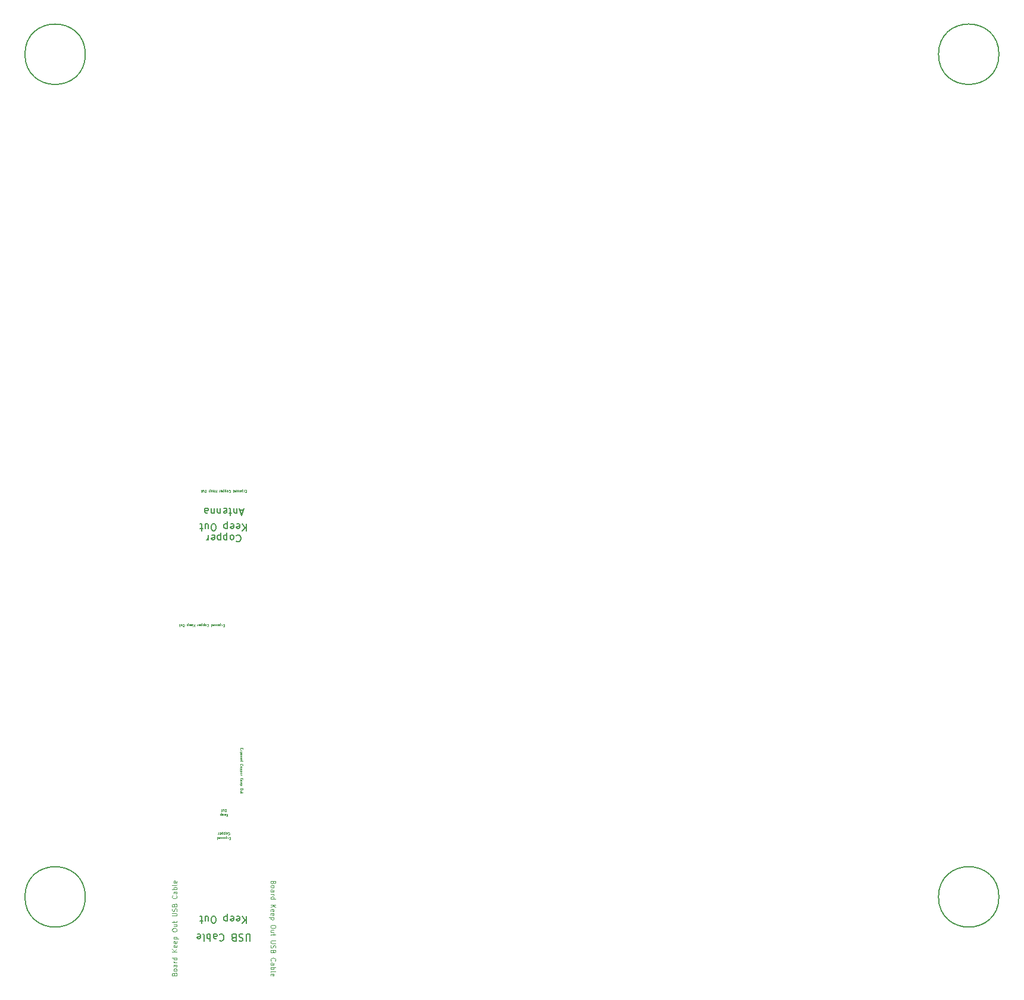
<source format=gbr>
G04 #@! TF.GenerationSoftware,KiCad,Pcbnew,7.0.7*
G04 #@! TF.CreationDate,2023-10-09T21:12:52+02:00*
G04 #@! TF.ProjectId,Kaboom_box_bottom,4b61626f-6f6d-45f6-926f-785f626f7474,rev?*
G04 #@! TF.SameCoordinates,Original*
G04 #@! TF.FileFunction,Other,Comment*
%FSLAX46Y46*%
G04 Gerber Fmt 4.6, Leading zero omitted, Abs format (unit mm)*
G04 Created by KiCad (PCBNEW 7.0.7) date 2023-10-09 21:12:52*
%MOMM*%
%LPD*%
G01*
G04 APERTURE LIST*
%ADD10C,0.050000*%
%ADD11C,0.150000*%
%ADD12C,0.100000*%
G04 APERTURE END LIST*
D10*
X109936413Y-151640494D02*
X109825313Y-151640494D01*
X109777699Y-151465908D02*
X109936413Y-151465908D01*
X109936413Y-151465908D02*
X109936413Y-151799208D01*
X109936413Y-151799208D02*
X109777699Y-151799208D01*
X109666599Y-151465908D02*
X109492014Y-151688108D01*
X109666599Y-151688108D02*
X109492014Y-151465908D01*
X109365042Y-151688108D02*
X109365042Y-151354808D01*
X109365042Y-151672237D02*
X109333300Y-151688108D01*
X109333300Y-151688108D02*
X109269814Y-151688108D01*
X109269814Y-151688108D02*
X109238071Y-151672237D01*
X109238071Y-151672237D02*
X109222200Y-151656365D01*
X109222200Y-151656365D02*
X109206328Y-151624622D01*
X109206328Y-151624622D02*
X109206328Y-151529394D01*
X109206328Y-151529394D02*
X109222200Y-151497651D01*
X109222200Y-151497651D02*
X109238071Y-151481780D01*
X109238071Y-151481780D02*
X109269814Y-151465908D01*
X109269814Y-151465908D02*
X109333300Y-151465908D01*
X109333300Y-151465908D02*
X109365042Y-151481780D01*
X109015871Y-151465908D02*
X109047614Y-151481780D01*
X109047614Y-151481780D02*
X109063485Y-151497651D01*
X109063485Y-151497651D02*
X109079357Y-151529394D01*
X109079357Y-151529394D02*
X109079357Y-151624622D01*
X109079357Y-151624622D02*
X109063485Y-151656365D01*
X109063485Y-151656365D02*
X109047614Y-151672237D01*
X109047614Y-151672237D02*
X109015871Y-151688108D01*
X109015871Y-151688108D02*
X108968257Y-151688108D01*
X108968257Y-151688108D02*
X108936514Y-151672237D01*
X108936514Y-151672237D02*
X108920643Y-151656365D01*
X108920643Y-151656365D02*
X108904771Y-151624622D01*
X108904771Y-151624622D02*
X108904771Y-151529394D01*
X108904771Y-151529394D02*
X108920643Y-151497651D01*
X108920643Y-151497651D02*
X108936514Y-151481780D01*
X108936514Y-151481780D02*
X108968257Y-151465908D01*
X108968257Y-151465908D02*
X109015871Y-151465908D01*
X108777800Y-151481780D02*
X108746057Y-151465908D01*
X108746057Y-151465908D02*
X108682571Y-151465908D01*
X108682571Y-151465908D02*
X108650828Y-151481780D01*
X108650828Y-151481780D02*
X108634957Y-151513522D01*
X108634957Y-151513522D02*
X108634957Y-151529394D01*
X108634957Y-151529394D02*
X108650828Y-151561137D01*
X108650828Y-151561137D02*
X108682571Y-151577008D01*
X108682571Y-151577008D02*
X108730186Y-151577008D01*
X108730186Y-151577008D02*
X108761928Y-151592880D01*
X108761928Y-151592880D02*
X108777800Y-151624622D01*
X108777800Y-151624622D02*
X108777800Y-151640494D01*
X108777800Y-151640494D02*
X108761928Y-151672237D01*
X108761928Y-151672237D02*
X108730186Y-151688108D01*
X108730186Y-151688108D02*
X108682571Y-151688108D01*
X108682571Y-151688108D02*
X108650828Y-151672237D01*
X108365143Y-151481780D02*
X108396886Y-151465908D01*
X108396886Y-151465908D02*
X108460372Y-151465908D01*
X108460372Y-151465908D02*
X108492114Y-151481780D01*
X108492114Y-151481780D02*
X108507986Y-151513522D01*
X108507986Y-151513522D02*
X108507986Y-151640494D01*
X108507986Y-151640494D02*
X108492114Y-151672237D01*
X108492114Y-151672237D02*
X108460372Y-151688108D01*
X108460372Y-151688108D02*
X108396886Y-151688108D01*
X108396886Y-151688108D02*
X108365143Y-151672237D01*
X108365143Y-151672237D02*
X108349272Y-151640494D01*
X108349272Y-151640494D02*
X108349272Y-151608751D01*
X108349272Y-151608751D02*
X108507986Y-151577008D01*
X108063586Y-151465908D02*
X108063586Y-151799208D01*
X108063586Y-151481780D02*
X108095328Y-151465908D01*
X108095328Y-151465908D02*
X108158814Y-151465908D01*
X108158814Y-151465908D02*
X108190557Y-151481780D01*
X108190557Y-151481780D02*
X108206428Y-151497651D01*
X108206428Y-151497651D02*
X108222300Y-151529394D01*
X108222300Y-151529394D02*
X108222300Y-151624622D01*
X108222300Y-151624622D02*
X108206428Y-151656365D01*
X108206428Y-151656365D02*
X108190557Y-151672237D01*
X108190557Y-151672237D02*
X108158814Y-151688108D01*
X108158814Y-151688108D02*
X108095328Y-151688108D01*
X108095328Y-151688108D02*
X108063586Y-151672237D01*
X112206027Y-102257994D02*
X112094927Y-102257994D01*
X112047313Y-102083408D02*
X112206027Y-102083408D01*
X112206027Y-102083408D02*
X112206027Y-102416708D01*
X112206027Y-102416708D02*
X112047313Y-102416708D01*
X111936213Y-102083408D02*
X111761628Y-102305608D01*
X111936213Y-102305608D02*
X111761628Y-102083408D01*
X111634656Y-102305608D02*
X111634656Y-101972308D01*
X111634656Y-102289737D02*
X111602914Y-102305608D01*
X111602914Y-102305608D02*
X111539428Y-102305608D01*
X111539428Y-102305608D02*
X111507685Y-102289737D01*
X111507685Y-102289737D02*
X111491814Y-102273865D01*
X111491814Y-102273865D02*
X111475942Y-102242122D01*
X111475942Y-102242122D02*
X111475942Y-102146894D01*
X111475942Y-102146894D02*
X111491814Y-102115151D01*
X111491814Y-102115151D02*
X111507685Y-102099280D01*
X111507685Y-102099280D02*
X111539428Y-102083408D01*
X111539428Y-102083408D02*
X111602914Y-102083408D01*
X111602914Y-102083408D02*
X111634656Y-102099280D01*
X111285485Y-102083408D02*
X111317228Y-102099280D01*
X111317228Y-102099280D02*
X111333099Y-102115151D01*
X111333099Y-102115151D02*
X111348971Y-102146894D01*
X111348971Y-102146894D02*
X111348971Y-102242122D01*
X111348971Y-102242122D02*
X111333099Y-102273865D01*
X111333099Y-102273865D02*
X111317228Y-102289737D01*
X111317228Y-102289737D02*
X111285485Y-102305608D01*
X111285485Y-102305608D02*
X111237871Y-102305608D01*
X111237871Y-102305608D02*
X111206128Y-102289737D01*
X111206128Y-102289737D02*
X111190257Y-102273865D01*
X111190257Y-102273865D02*
X111174385Y-102242122D01*
X111174385Y-102242122D02*
X111174385Y-102146894D01*
X111174385Y-102146894D02*
X111190257Y-102115151D01*
X111190257Y-102115151D02*
X111206128Y-102099280D01*
X111206128Y-102099280D02*
X111237871Y-102083408D01*
X111237871Y-102083408D02*
X111285485Y-102083408D01*
X111047414Y-102099280D02*
X111015671Y-102083408D01*
X111015671Y-102083408D02*
X110952185Y-102083408D01*
X110952185Y-102083408D02*
X110920442Y-102099280D01*
X110920442Y-102099280D02*
X110904571Y-102131022D01*
X110904571Y-102131022D02*
X110904571Y-102146894D01*
X110904571Y-102146894D02*
X110920442Y-102178637D01*
X110920442Y-102178637D02*
X110952185Y-102194508D01*
X110952185Y-102194508D02*
X110999800Y-102194508D01*
X110999800Y-102194508D02*
X111031542Y-102210380D01*
X111031542Y-102210380D02*
X111047414Y-102242122D01*
X111047414Y-102242122D02*
X111047414Y-102257994D01*
X111047414Y-102257994D02*
X111031542Y-102289737D01*
X111031542Y-102289737D02*
X110999800Y-102305608D01*
X110999800Y-102305608D02*
X110952185Y-102305608D01*
X110952185Y-102305608D02*
X110920442Y-102289737D01*
X110634757Y-102099280D02*
X110666500Y-102083408D01*
X110666500Y-102083408D02*
X110729986Y-102083408D01*
X110729986Y-102083408D02*
X110761728Y-102099280D01*
X110761728Y-102099280D02*
X110777600Y-102131022D01*
X110777600Y-102131022D02*
X110777600Y-102257994D01*
X110777600Y-102257994D02*
X110761728Y-102289737D01*
X110761728Y-102289737D02*
X110729986Y-102305608D01*
X110729986Y-102305608D02*
X110666500Y-102305608D01*
X110666500Y-102305608D02*
X110634757Y-102289737D01*
X110634757Y-102289737D02*
X110618886Y-102257994D01*
X110618886Y-102257994D02*
X110618886Y-102226251D01*
X110618886Y-102226251D02*
X110777600Y-102194508D01*
X110333200Y-102083408D02*
X110333200Y-102416708D01*
X110333200Y-102099280D02*
X110364942Y-102083408D01*
X110364942Y-102083408D02*
X110428428Y-102083408D01*
X110428428Y-102083408D02*
X110460171Y-102099280D01*
X110460171Y-102099280D02*
X110476042Y-102115151D01*
X110476042Y-102115151D02*
X110491914Y-102146894D01*
X110491914Y-102146894D02*
X110491914Y-102242122D01*
X110491914Y-102242122D02*
X110476042Y-102273865D01*
X110476042Y-102273865D02*
X110460171Y-102289737D01*
X110460171Y-102289737D02*
X110428428Y-102305608D01*
X110428428Y-102305608D02*
X110364942Y-102305608D01*
X110364942Y-102305608D02*
X110333200Y-102289737D01*
X109730085Y-102115151D02*
X109745957Y-102099280D01*
X109745957Y-102099280D02*
X109793571Y-102083408D01*
X109793571Y-102083408D02*
X109825314Y-102083408D01*
X109825314Y-102083408D02*
X109872928Y-102099280D01*
X109872928Y-102099280D02*
X109904671Y-102131022D01*
X109904671Y-102131022D02*
X109920542Y-102162765D01*
X109920542Y-102162765D02*
X109936414Y-102226251D01*
X109936414Y-102226251D02*
X109936414Y-102273865D01*
X109936414Y-102273865D02*
X109920542Y-102337351D01*
X109920542Y-102337351D02*
X109904671Y-102369094D01*
X109904671Y-102369094D02*
X109872928Y-102400837D01*
X109872928Y-102400837D02*
X109825314Y-102416708D01*
X109825314Y-102416708D02*
X109793571Y-102416708D01*
X109793571Y-102416708D02*
X109745957Y-102400837D01*
X109745957Y-102400837D02*
X109730085Y-102384965D01*
X109539628Y-102083408D02*
X109571371Y-102099280D01*
X109571371Y-102099280D02*
X109587242Y-102115151D01*
X109587242Y-102115151D02*
X109603114Y-102146894D01*
X109603114Y-102146894D02*
X109603114Y-102242122D01*
X109603114Y-102242122D02*
X109587242Y-102273865D01*
X109587242Y-102273865D02*
X109571371Y-102289737D01*
X109571371Y-102289737D02*
X109539628Y-102305608D01*
X109539628Y-102305608D02*
X109492014Y-102305608D01*
X109492014Y-102305608D02*
X109460271Y-102289737D01*
X109460271Y-102289737D02*
X109444400Y-102273865D01*
X109444400Y-102273865D02*
X109428528Y-102242122D01*
X109428528Y-102242122D02*
X109428528Y-102146894D01*
X109428528Y-102146894D02*
X109444400Y-102115151D01*
X109444400Y-102115151D02*
X109460271Y-102099280D01*
X109460271Y-102099280D02*
X109492014Y-102083408D01*
X109492014Y-102083408D02*
X109539628Y-102083408D01*
X109285685Y-102305608D02*
X109285685Y-101972308D01*
X109285685Y-102289737D02*
X109253943Y-102305608D01*
X109253943Y-102305608D02*
X109190457Y-102305608D01*
X109190457Y-102305608D02*
X109158714Y-102289737D01*
X109158714Y-102289737D02*
X109142843Y-102273865D01*
X109142843Y-102273865D02*
X109126971Y-102242122D01*
X109126971Y-102242122D02*
X109126971Y-102146894D01*
X109126971Y-102146894D02*
X109142843Y-102115151D01*
X109142843Y-102115151D02*
X109158714Y-102099280D01*
X109158714Y-102099280D02*
X109190457Y-102083408D01*
X109190457Y-102083408D02*
X109253943Y-102083408D01*
X109253943Y-102083408D02*
X109285685Y-102099280D01*
X108984128Y-102305608D02*
X108984128Y-101972308D01*
X108984128Y-102289737D02*
X108952386Y-102305608D01*
X108952386Y-102305608D02*
X108888900Y-102305608D01*
X108888900Y-102305608D02*
X108857157Y-102289737D01*
X108857157Y-102289737D02*
X108841286Y-102273865D01*
X108841286Y-102273865D02*
X108825414Y-102242122D01*
X108825414Y-102242122D02*
X108825414Y-102146894D01*
X108825414Y-102146894D02*
X108841286Y-102115151D01*
X108841286Y-102115151D02*
X108857157Y-102099280D01*
X108857157Y-102099280D02*
X108888900Y-102083408D01*
X108888900Y-102083408D02*
X108952386Y-102083408D01*
X108952386Y-102083408D02*
X108984128Y-102099280D01*
X108555600Y-102099280D02*
X108587343Y-102083408D01*
X108587343Y-102083408D02*
X108650829Y-102083408D01*
X108650829Y-102083408D02*
X108682571Y-102099280D01*
X108682571Y-102099280D02*
X108698443Y-102131022D01*
X108698443Y-102131022D02*
X108698443Y-102257994D01*
X108698443Y-102257994D02*
X108682571Y-102289737D01*
X108682571Y-102289737D02*
X108650829Y-102305608D01*
X108650829Y-102305608D02*
X108587343Y-102305608D01*
X108587343Y-102305608D02*
X108555600Y-102289737D01*
X108555600Y-102289737D02*
X108539729Y-102257994D01*
X108539729Y-102257994D02*
X108539729Y-102226251D01*
X108539729Y-102226251D02*
X108698443Y-102194508D01*
X108396885Y-102083408D02*
X108396885Y-102305608D01*
X108396885Y-102242122D02*
X108381014Y-102273865D01*
X108381014Y-102273865D02*
X108365143Y-102289737D01*
X108365143Y-102289737D02*
X108333400Y-102305608D01*
X108333400Y-102305608D02*
X108301657Y-102305608D01*
X107936613Y-102083408D02*
X107936613Y-102416708D01*
X107746156Y-102083408D02*
X107888999Y-102273865D01*
X107746156Y-102416708D02*
X107936613Y-102226251D01*
X107476342Y-102099280D02*
X107508085Y-102083408D01*
X107508085Y-102083408D02*
X107571571Y-102083408D01*
X107571571Y-102083408D02*
X107603313Y-102099280D01*
X107603313Y-102099280D02*
X107619185Y-102131022D01*
X107619185Y-102131022D02*
X107619185Y-102257994D01*
X107619185Y-102257994D02*
X107603313Y-102289737D01*
X107603313Y-102289737D02*
X107571571Y-102305608D01*
X107571571Y-102305608D02*
X107508085Y-102305608D01*
X107508085Y-102305608D02*
X107476342Y-102289737D01*
X107476342Y-102289737D02*
X107460471Y-102257994D01*
X107460471Y-102257994D02*
X107460471Y-102226251D01*
X107460471Y-102226251D02*
X107619185Y-102194508D01*
X107190656Y-102099280D02*
X107222399Y-102083408D01*
X107222399Y-102083408D02*
X107285885Y-102083408D01*
X107285885Y-102083408D02*
X107317627Y-102099280D01*
X107317627Y-102099280D02*
X107333499Y-102131022D01*
X107333499Y-102131022D02*
X107333499Y-102257994D01*
X107333499Y-102257994D02*
X107317627Y-102289737D01*
X107317627Y-102289737D02*
X107285885Y-102305608D01*
X107285885Y-102305608D02*
X107222399Y-102305608D01*
X107222399Y-102305608D02*
X107190656Y-102289737D01*
X107190656Y-102289737D02*
X107174785Y-102257994D01*
X107174785Y-102257994D02*
X107174785Y-102226251D01*
X107174785Y-102226251D02*
X107333499Y-102194508D01*
X107031941Y-102305608D02*
X107031941Y-101972308D01*
X107031941Y-102289737D02*
X107000199Y-102305608D01*
X107000199Y-102305608D02*
X106936713Y-102305608D01*
X106936713Y-102305608D02*
X106904970Y-102289737D01*
X106904970Y-102289737D02*
X106889099Y-102273865D01*
X106889099Y-102273865D02*
X106873227Y-102242122D01*
X106873227Y-102242122D02*
X106873227Y-102146894D01*
X106873227Y-102146894D02*
X106889099Y-102115151D01*
X106889099Y-102115151D02*
X106904970Y-102099280D01*
X106904970Y-102099280D02*
X106936713Y-102083408D01*
X106936713Y-102083408D02*
X107000199Y-102083408D01*
X107000199Y-102083408D02*
X107031941Y-102099280D01*
X106412956Y-102416708D02*
X106349470Y-102416708D01*
X106349470Y-102416708D02*
X106317727Y-102400837D01*
X106317727Y-102400837D02*
X106285984Y-102369094D01*
X106285984Y-102369094D02*
X106270113Y-102305608D01*
X106270113Y-102305608D02*
X106270113Y-102194508D01*
X106270113Y-102194508D02*
X106285984Y-102131022D01*
X106285984Y-102131022D02*
X106317727Y-102099280D01*
X106317727Y-102099280D02*
X106349470Y-102083408D01*
X106349470Y-102083408D02*
X106412956Y-102083408D01*
X106412956Y-102083408D02*
X106444699Y-102099280D01*
X106444699Y-102099280D02*
X106476441Y-102131022D01*
X106476441Y-102131022D02*
X106492313Y-102194508D01*
X106492313Y-102194508D02*
X106492313Y-102305608D01*
X106492313Y-102305608D02*
X106476441Y-102369094D01*
X106476441Y-102369094D02*
X106444699Y-102400837D01*
X106444699Y-102400837D02*
X106412956Y-102416708D01*
X105984428Y-102305608D02*
X105984428Y-102083408D01*
X106127270Y-102305608D02*
X106127270Y-102131022D01*
X106127270Y-102131022D02*
X106111399Y-102099280D01*
X106111399Y-102099280D02*
X106079656Y-102083408D01*
X106079656Y-102083408D02*
X106032042Y-102083408D01*
X106032042Y-102083408D02*
X106000299Y-102099280D01*
X106000299Y-102099280D02*
X105984428Y-102115151D01*
X105873328Y-102305608D02*
X105746356Y-102305608D01*
X105825713Y-102416708D02*
X105825713Y-102131022D01*
X105825713Y-102131022D02*
X105809842Y-102099280D01*
X105809842Y-102099280D02*
X105778099Y-102083408D01*
X105778099Y-102083408D02*
X105746356Y-102083408D01*
D11*
X111761904Y-104930895D02*
X111285714Y-104930895D01*
X111857142Y-104645180D02*
X111523809Y-105645180D01*
X111523809Y-105645180D02*
X111190476Y-104645180D01*
X110857142Y-105311847D02*
X110857142Y-104645180D01*
X110857142Y-105216609D02*
X110809523Y-105264228D01*
X110809523Y-105264228D02*
X110714285Y-105311847D01*
X110714285Y-105311847D02*
X110571428Y-105311847D01*
X110571428Y-105311847D02*
X110476190Y-105264228D01*
X110476190Y-105264228D02*
X110428571Y-105168990D01*
X110428571Y-105168990D02*
X110428571Y-104645180D01*
X110095237Y-105311847D02*
X109714285Y-105311847D01*
X109952380Y-105645180D02*
X109952380Y-104788038D01*
X109952380Y-104788038D02*
X109904761Y-104692800D01*
X109904761Y-104692800D02*
X109809523Y-104645180D01*
X109809523Y-104645180D02*
X109714285Y-104645180D01*
X108999999Y-104692800D02*
X109095237Y-104645180D01*
X109095237Y-104645180D02*
X109285713Y-104645180D01*
X109285713Y-104645180D02*
X109380951Y-104692800D01*
X109380951Y-104692800D02*
X109428570Y-104788038D01*
X109428570Y-104788038D02*
X109428570Y-105168990D01*
X109428570Y-105168990D02*
X109380951Y-105264228D01*
X109380951Y-105264228D02*
X109285713Y-105311847D01*
X109285713Y-105311847D02*
X109095237Y-105311847D01*
X109095237Y-105311847D02*
X108999999Y-105264228D01*
X108999999Y-105264228D02*
X108952380Y-105168990D01*
X108952380Y-105168990D02*
X108952380Y-105073752D01*
X108952380Y-105073752D02*
X109428570Y-104978514D01*
X108523808Y-105311847D02*
X108523808Y-104645180D01*
X108523808Y-105216609D02*
X108476189Y-105264228D01*
X108476189Y-105264228D02*
X108380951Y-105311847D01*
X108380951Y-105311847D02*
X108238094Y-105311847D01*
X108238094Y-105311847D02*
X108142856Y-105264228D01*
X108142856Y-105264228D02*
X108095237Y-105168990D01*
X108095237Y-105168990D02*
X108095237Y-104645180D01*
X107619046Y-105311847D02*
X107619046Y-104645180D01*
X107619046Y-105216609D02*
X107571427Y-105264228D01*
X107571427Y-105264228D02*
X107476189Y-105311847D01*
X107476189Y-105311847D02*
X107333332Y-105311847D01*
X107333332Y-105311847D02*
X107238094Y-105264228D01*
X107238094Y-105264228D02*
X107190475Y-105168990D01*
X107190475Y-105168990D02*
X107190475Y-104645180D01*
X106285713Y-104645180D02*
X106285713Y-105168990D01*
X106285713Y-105168990D02*
X106333332Y-105264228D01*
X106333332Y-105264228D02*
X106428570Y-105311847D01*
X106428570Y-105311847D02*
X106619046Y-105311847D01*
X106619046Y-105311847D02*
X106714284Y-105264228D01*
X106285713Y-104692800D02*
X106380951Y-104645180D01*
X106380951Y-104645180D02*
X106619046Y-104645180D01*
X106619046Y-104645180D02*
X106714284Y-104692800D01*
X106714284Y-104692800D02*
X106761903Y-104788038D01*
X106761903Y-104788038D02*
X106761903Y-104883276D01*
X106761903Y-104883276D02*
X106714284Y-104978514D01*
X106714284Y-104978514D02*
X106619046Y-105026133D01*
X106619046Y-105026133D02*
X106380951Y-105026133D01*
X106380951Y-105026133D02*
X106285713Y-105073752D01*
X112214285Y-106860180D02*
X112214285Y-107860180D01*
X111642857Y-106860180D02*
X112071428Y-107431609D01*
X111642857Y-107860180D02*
X112214285Y-107288752D01*
X110833333Y-106907800D02*
X110928571Y-106860180D01*
X110928571Y-106860180D02*
X111119047Y-106860180D01*
X111119047Y-106860180D02*
X111214285Y-106907800D01*
X111214285Y-106907800D02*
X111261904Y-107003038D01*
X111261904Y-107003038D02*
X111261904Y-107383990D01*
X111261904Y-107383990D02*
X111214285Y-107479228D01*
X111214285Y-107479228D02*
X111119047Y-107526847D01*
X111119047Y-107526847D02*
X110928571Y-107526847D01*
X110928571Y-107526847D02*
X110833333Y-107479228D01*
X110833333Y-107479228D02*
X110785714Y-107383990D01*
X110785714Y-107383990D02*
X110785714Y-107288752D01*
X110785714Y-107288752D02*
X111261904Y-107193514D01*
X109976190Y-106907800D02*
X110071428Y-106860180D01*
X110071428Y-106860180D02*
X110261904Y-106860180D01*
X110261904Y-106860180D02*
X110357142Y-106907800D01*
X110357142Y-106907800D02*
X110404761Y-107003038D01*
X110404761Y-107003038D02*
X110404761Y-107383990D01*
X110404761Y-107383990D02*
X110357142Y-107479228D01*
X110357142Y-107479228D02*
X110261904Y-107526847D01*
X110261904Y-107526847D02*
X110071428Y-107526847D01*
X110071428Y-107526847D02*
X109976190Y-107479228D01*
X109976190Y-107479228D02*
X109928571Y-107383990D01*
X109928571Y-107383990D02*
X109928571Y-107288752D01*
X109928571Y-107288752D02*
X110404761Y-107193514D01*
X109499999Y-107526847D02*
X109499999Y-106526847D01*
X109499999Y-107479228D02*
X109404761Y-107526847D01*
X109404761Y-107526847D02*
X109214285Y-107526847D01*
X109214285Y-107526847D02*
X109119047Y-107479228D01*
X109119047Y-107479228D02*
X109071428Y-107431609D01*
X109071428Y-107431609D02*
X109023809Y-107336371D01*
X109023809Y-107336371D02*
X109023809Y-107050657D01*
X109023809Y-107050657D02*
X109071428Y-106955419D01*
X109071428Y-106955419D02*
X109119047Y-106907800D01*
X109119047Y-106907800D02*
X109214285Y-106860180D01*
X109214285Y-106860180D02*
X109404761Y-106860180D01*
X109404761Y-106860180D02*
X109499999Y-106907800D01*
X107642856Y-107860180D02*
X107452380Y-107860180D01*
X107452380Y-107860180D02*
X107357142Y-107812561D01*
X107357142Y-107812561D02*
X107261904Y-107717323D01*
X107261904Y-107717323D02*
X107214285Y-107526847D01*
X107214285Y-107526847D02*
X107214285Y-107193514D01*
X107214285Y-107193514D02*
X107261904Y-107003038D01*
X107261904Y-107003038D02*
X107357142Y-106907800D01*
X107357142Y-106907800D02*
X107452380Y-106860180D01*
X107452380Y-106860180D02*
X107642856Y-106860180D01*
X107642856Y-106860180D02*
X107738094Y-106907800D01*
X107738094Y-106907800D02*
X107833332Y-107003038D01*
X107833332Y-107003038D02*
X107880951Y-107193514D01*
X107880951Y-107193514D02*
X107880951Y-107526847D01*
X107880951Y-107526847D02*
X107833332Y-107717323D01*
X107833332Y-107717323D02*
X107738094Y-107812561D01*
X107738094Y-107812561D02*
X107642856Y-107860180D01*
X106357142Y-107526847D02*
X106357142Y-106860180D01*
X106785713Y-107526847D02*
X106785713Y-107003038D01*
X106785713Y-107003038D02*
X106738094Y-106907800D01*
X106738094Y-106907800D02*
X106642856Y-106860180D01*
X106642856Y-106860180D02*
X106499999Y-106860180D01*
X106499999Y-106860180D02*
X106404761Y-106907800D01*
X106404761Y-106907800D02*
X106357142Y-106955419D01*
X106023808Y-107526847D02*
X105642856Y-107526847D01*
X105880951Y-107860180D02*
X105880951Y-107003038D01*
X105880951Y-107003038D02*
X105833332Y-106907800D01*
X105833332Y-106907800D02*
X105738094Y-106860180D01*
X105738094Y-106860180D02*
X105642856Y-106860180D01*
D10*
X109523756Y-148165908D02*
X109523756Y-148499208D01*
X109333299Y-148165908D02*
X109476142Y-148356365D01*
X109333299Y-148499208D02*
X109523756Y-148308751D01*
X109063485Y-148181780D02*
X109095228Y-148165908D01*
X109095228Y-148165908D02*
X109158714Y-148165908D01*
X109158714Y-148165908D02*
X109190456Y-148181780D01*
X109190456Y-148181780D02*
X109206328Y-148213522D01*
X109206328Y-148213522D02*
X109206328Y-148340494D01*
X109206328Y-148340494D02*
X109190456Y-148372237D01*
X109190456Y-148372237D02*
X109158714Y-148388108D01*
X109158714Y-148388108D02*
X109095228Y-148388108D01*
X109095228Y-148388108D02*
X109063485Y-148372237D01*
X109063485Y-148372237D02*
X109047614Y-148340494D01*
X109047614Y-148340494D02*
X109047614Y-148308751D01*
X109047614Y-148308751D02*
X109206328Y-148277008D01*
X108777799Y-148181780D02*
X108809542Y-148165908D01*
X108809542Y-148165908D02*
X108873028Y-148165908D01*
X108873028Y-148165908D02*
X108904770Y-148181780D01*
X108904770Y-148181780D02*
X108920642Y-148213522D01*
X108920642Y-148213522D02*
X108920642Y-148340494D01*
X108920642Y-148340494D02*
X108904770Y-148372237D01*
X108904770Y-148372237D02*
X108873028Y-148388108D01*
X108873028Y-148388108D02*
X108809542Y-148388108D01*
X108809542Y-148388108D02*
X108777799Y-148372237D01*
X108777799Y-148372237D02*
X108761928Y-148340494D01*
X108761928Y-148340494D02*
X108761928Y-148308751D01*
X108761928Y-148308751D02*
X108920642Y-148277008D01*
X108619084Y-148388108D02*
X108619084Y-148054808D01*
X108619084Y-148372237D02*
X108587342Y-148388108D01*
X108587342Y-148388108D02*
X108523856Y-148388108D01*
X108523856Y-148388108D02*
X108492113Y-148372237D01*
X108492113Y-148372237D02*
X108476242Y-148356365D01*
X108476242Y-148356365D02*
X108460370Y-148324622D01*
X108460370Y-148324622D02*
X108460370Y-148229394D01*
X108460370Y-148229394D02*
X108476242Y-148197651D01*
X108476242Y-148197651D02*
X108492113Y-148181780D01*
X108492113Y-148181780D02*
X108523856Y-148165908D01*
X108523856Y-148165908D02*
X108587342Y-148165908D01*
X108587342Y-148165908D02*
X108619084Y-148181780D01*
D11*
X112738095Y-166280180D02*
X112738095Y-165470657D01*
X112738095Y-165470657D02*
X112690476Y-165375419D01*
X112690476Y-165375419D02*
X112642857Y-165327800D01*
X112642857Y-165327800D02*
X112547619Y-165280180D01*
X112547619Y-165280180D02*
X112357143Y-165280180D01*
X112357143Y-165280180D02*
X112261905Y-165327800D01*
X112261905Y-165327800D02*
X112214286Y-165375419D01*
X112214286Y-165375419D02*
X112166667Y-165470657D01*
X112166667Y-165470657D02*
X112166667Y-166280180D01*
X111738095Y-165327800D02*
X111595238Y-165280180D01*
X111595238Y-165280180D02*
X111357143Y-165280180D01*
X111357143Y-165280180D02*
X111261905Y-165327800D01*
X111261905Y-165327800D02*
X111214286Y-165375419D01*
X111214286Y-165375419D02*
X111166667Y-165470657D01*
X111166667Y-165470657D02*
X111166667Y-165565895D01*
X111166667Y-165565895D02*
X111214286Y-165661133D01*
X111214286Y-165661133D02*
X111261905Y-165708752D01*
X111261905Y-165708752D02*
X111357143Y-165756371D01*
X111357143Y-165756371D02*
X111547619Y-165803990D01*
X111547619Y-165803990D02*
X111642857Y-165851609D01*
X111642857Y-165851609D02*
X111690476Y-165899228D01*
X111690476Y-165899228D02*
X111738095Y-165994466D01*
X111738095Y-165994466D02*
X111738095Y-166089704D01*
X111738095Y-166089704D02*
X111690476Y-166184942D01*
X111690476Y-166184942D02*
X111642857Y-166232561D01*
X111642857Y-166232561D02*
X111547619Y-166280180D01*
X111547619Y-166280180D02*
X111309524Y-166280180D01*
X111309524Y-166280180D02*
X111166667Y-166232561D01*
X110404762Y-165803990D02*
X110261905Y-165756371D01*
X110261905Y-165756371D02*
X110214286Y-165708752D01*
X110214286Y-165708752D02*
X110166667Y-165613514D01*
X110166667Y-165613514D02*
X110166667Y-165470657D01*
X110166667Y-165470657D02*
X110214286Y-165375419D01*
X110214286Y-165375419D02*
X110261905Y-165327800D01*
X110261905Y-165327800D02*
X110357143Y-165280180D01*
X110357143Y-165280180D02*
X110738095Y-165280180D01*
X110738095Y-165280180D02*
X110738095Y-166280180D01*
X110738095Y-166280180D02*
X110404762Y-166280180D01*
X110404762Y-166280180D02*
X110309524Y-166232561D01*
X110309524Y-166232561D02*
X110261905Y-166184942D01*
X110261905Y-166184942D02*
X110214286Y-166089704D01*
X110214286Y-166089704D02*
X110214286Y-165994466D01*
X110214286Y-165994466D02*
X110261905Y-165899228D01*
X110261905Y-165899228D02*
X110309524Y-165851609D01*
X110309524Y-165851609D02*
X110404762Y-165803990D01*
X110404762Y-165803990D02*
X110738095Y-165803990D01*
X108404762Y-165375419D02*
X108452381Y-165327800D01*
X108452381Y-165327800D02*
X108595238Y-165280180D01*
X108595238Y-165280180D02*
X108690476Y-165280180D01*
X108690476Y-165280180D02*
X108833333Y-165327800D01*
X108833333Y-165327800D02*
X108928571Y-165423038D01*
X108928571Y-165423038D02*
X108976190Y-165518276D01*
X108976190Y-165518276D02*
X109023809Y-165708752D01*
X109023809Y-165708752D02*
X109023809Y-165851609D01*
X109023809Y-165851609D02*
X108976190Y-166042085D01*
X108976190Y-166042085D02*
X108928571Y-166137323D01*
X108928571Y-166137323D02*
X108833333Y-166232561D01*
X108833333Y-166232561D02*
X108690476Y-166280180D01*
X108690476Y-166280180D02*
X108595238Y-166280180D01*
X108595238Y-166280180D02*
X108452381Y-166232561D01*
X108452381Y-166232561D02*
X108404762Y-166184942D01*
X107547619Y-165280180D02*
X107547619Y-165803990D01*
X107547619Y-165803990D02*
X107595238Y-165899228D01*
X107595238Y-165899228D02*
X107690476Y-165946847D01*
X107690476Y-165946847D02*
X107880952Y-165946847D01*
X107880952Y-165946847D02*
X107976190Y-165899228D01*
X107547619Y-165327800D02*
X107642857Y-165280180D01*
X107642857Y-165280180D02*
X107880952Y-165280180D01*
X107880952Y-165280180D02*
X107976190Y-165327800D01*
X107976190Y-165327800D02*
X108023809Y-165423038D01*
X108023809Y-165423038D02*
X108023809Y-165518276D01*
X108023809Y-165518276D02*
X107976190Y-165613514D01*
X107976190Y-165613514D02*
X107880952Y-165661133D01*
X107880952Y-165661133D02*
X107642857Y-165661133D01*
X107642857Y-165661133D02*
X107547619Y-165708752D01*
X107071428Y-165280180D02*
X107071428Y-166280180D01*
X107071428Y-165899228D02*
X106976190Y-165946847D01*
X106976190Y-165946847D02*
X106785714Y-165946847D01*
X106785714Y-165946847D02*
X106690476Y-165899228D01*
X106690476Y-165899228D02*
X106642857Y-165851609D01*
X106642857Y-165851609D02*
X106595238Y-165756371D01*
X106595238Y-165756371D02*
X106595238Y-165470657D01*
X106595238Y-165470657D02*
X106642857Y-165375419D01*
X106642857Y-165375419D02*
X106690476Y-165327800D01*
X106690476Y-165327800D02*
X106785714Y-165280180D01*
X106785714Y-165280180D02*
X106976190Y-165280180D01*
X106976190Y-165280180D02*
X107071428Y-165327800D01*
X106023809Y-165280180D02*
X106119047Y-165327800D01*
X106119047Y-165327800D02*
X106166666Y-165423038D01*
X106166666Y-165423038D02*
X106166666Y-166280180D01*
X105261904Y-165327800D02*
X105357142Y-165280180D01*
X105357142Y-165280180D02*
X105547618Y-165280180D01*
X105547618Y-165280180D02*
X105642856Y-165327800D01*
X105642856Y-165327800D02*
X105690475Y-165423038D01*
X105690475Y-165423038D02*
X105690475Y-165803990D01*
X105690475Y-165803990D02*
X105642856Y-165899228D01*
X105642856Y-165899228D02*
X105547618Y-165946847D01*
X105547618Y-165946847D02*
X105357142Y-165946847D01*
X105357142Y-165946847D02*
X105261904Y-165899228D01*
X105261904Y-165899228D02*
X105214285Y-165803990D01*
X105214285Y-165803990D02*
X105214285Y-165708752D01*
X105214285Y-165708752D02*
X105690475Y-165613514D01*
D10*
X109277749Y-147864208D02*
X109214263Y-147864208D01*
X109214263Y-147864208D02*
X109182520Y-147848337D01*
X109182520Y-147848337D02*
X109150777Y-147816594D01*
X109150777Y-147816594D02*
X109134906Y-147753108D01*
X109134906Y-147753108D02*
X109134906Y-147642008D01*
X109134906Y-147642008D02*
X109150777Y-147578522D01*
X109150777Y-147578522D02*
X109182520Y-147546780D01*
X109182520Y-147546780D02*
X109214263Y-147530908D01*
X109214263Y-147530908D02*
X109277749Y-147530908D01*
X109277749Y-147530908D02*
X109309492Y-147546780D01*
X109309492Y-147546780D02*
X109341234Y-147578522D01*
X109341234Y-147578522D02*
X109357106Y-147642008D01*
X109357106Y-147642008D02*
X109357106Y-147753108D01*
X109357106Y-147753108D02*
X109341234Y-147816594D01*
X109341234Y-147816594D02*
X109309492Y-147848337D01*
X109309492Y-147848337D02*
X109277749Y-147864208D01*
X108849221Y-147753108D02*
X108849221Y-147530908D01*
X108992063Y-147753108D02*
X108992063Y-147578522D01*
X108992063Y-147578522D02*
X108976192Y-147546780D01*
X108976192Y-147546780D02*
X108944449Y-147530908D01*
X108944449Y-147530908D02*
X108896835Y-147530908D01*
X108896835Y-147530908D02*
X108865092Y-147546780D01*
X108865092Y-147546780D02*
X108849221Y-147562651D01*
X108738121Y-147753108D02*
X108611149Y-147753108D01*
X108690506Y-147864208D02*
X108690506Y-147578522D01*
X108690506Y-147578522D02*
X108674635Y-147546780D01*
X108674635Y-147546780D02*
X108642892Y-147530908D01*
X108642892Y-147530908D02*
X108611149Y-147530908D01*
X111522994Y-138793972D02*
X111522994Y-138905072D01*
X111348408Y-138952686D02*
X111348408Y-138793972D01*
X111348408Y-138793972D02*
X111681708Y-138793972D01*
X111681708Y-138793972D02*
X111681708Y-138952686D01*
X111348408Y-139063786D02*
X111570608Y-139238372D01*
X111570608Y-139063786D02*
X111348408Y-139238372D01*
X111570608Y-139365343D02*
X111237308Y-139365343D01*
X111554737Y-139365343D02*
X111570608Y-139397086D01*
X111570608Y-139397086D02*
X111570608Y-139460571D01*
X111570608Y-139460571D02*
X111554737Y-139492314D01*
X111554737Y-139492314D02*
X111538865Y-139508186D01*
X111538865Y-139508186D02*
X111507122Y-139524057D01*
X111507122Y-139524057D02*
X111411894Y-139524057D01*
X111411894Y-139524057D02*
X111380151Y-139508186D01*
X111380151Y-139508186D02*
X111364280Y-139492314D01*
X111364280Y-139492314D02*
X111348408Y-139460571D01*
X111348408Y-139460571D02*
X111348408Y-139397086D01*
X111348408Y-139397086D02*
X111364280Y-139365343D01*
X111348408Y-139714514D02*
X111364280Y-139682771D01*
X111364280Y-139682771D02*
X111380151Y-139666900D01*
X111380151Y-139666900D02*
X111411894Y-139651028D01*
X111411894Y-139651028D02*
X111507122Y-139651028D01*
X111507122Y-139651028D02*
X111538865Y-139666900D01*
X111538865Y-139666900D02*
X111554737Y-139682771D01*
X111554737Y-139682771D02*
X111570608Y-139714514D01*
X111570608Y-139714514D02*
X111570608Y-139762128D01*
X111570608Y-139762128D02*
X111554737Y-139793871D01*
X111554737Y-139793871D02*
X111538865Y-139809743D01*
X111538865Y-139809743D02*
X111507122Y-139825614D01*
X111507122Y-139825614D02*
X111411894Y-139825614D01*
X111411894Y-139825614D02*
X111380151Y-139809743D01*
X111380151Y-139809743D02*
X111364280Y-139793871D01*
X111364280Y-139793871D02*
X111348408Y-139762128D01*
X111348408Y-139762128D02*
X111348408Y-139714514D01*
X111364280Y-139952585D02*
X111348408Y-139984328D01*
X111348408Y-139984328D02*
X111348408Y-140047814D01*
X111348408Y-140047814D02*
X111364280Y-140079557D01*
X111364280Y-140079557D02*
X111396022Y-140095428D01*
X111396022Y-140095428D02*
X111411894Y-140095428D01*
X111411894Y-140095428D02*
X111443637Y-140079557D01*
X111443637Y-140079557D02*
X111459508Y-140047814D01*
X111459508Y-140047814D02*
X111459508Y-140000200D01*
X111459508Y-140000200D02*
X111475380Y-139968457D01*
X111475380Y-139968457D02*
X111507122Y-139952585D01*
X111507122Y-139952585D02*
X111522994Y-139952585D01*
X111522994Y-139952585D02*
X111554737Y-139968457D01*
X111554737Y-139968457D02*
X111570608Y-140000200D01*
X111570608Y-140000200D02*
X111570608Y-140047814D01*
X111570608Y-140047814D02*
X111554737Y-140079557D01*
X111364280Y-140365242D02*
X111348408Y-140333499D01*
X111348408Y-140333499D02*
X111348408Y-140270014D01*
X111348408Y-140270014D02*
X111364280Y-140238271D01*
X111364280Y-140238271D02*
X111396022Y-140222399D01*
X111396022Y-140222399D02*
X111522994Y-140222399D01*
X111522994Y-140222399D02*
X111554737Y-140238271D01*
X111554737Y-140238271D02*
X111570608Y-140270014D01*
X111570608Y-140270014D02*
X111570608Y-140333499D01*
X111570608Y-140333499D02*
X111554737Y-140365242D01*
X111554737Y-140365242D02*
X111522994Y-140381114D01*
X111522994Y-140381114D02*
X111491251Y-140381114D01*
X111491251Y-140381114D02*
X111459508Y-140222399D01*
X111348408Y-140666800D02*
X111681708Y-140666800D01*
X111364280Y-140666800D02*
X111348408Y-140635057D01*
X111348408Y-140635057D02*
X111348408Y-140571571D01*
X111348408Y-140571571D02*
X111364280Y-140539828D01*
X111364280Y-140539828D02*
X111380151Y-140523957D01*
X111380151Y-140523957D02*
X111411894Y-140508085D01*
X111411894Y-140508085D02*
X111507122Y-140508085D01*
X111507122Y-140508085D02*
X111538865Y-140523957D01*
X111538865Y-140523957D02*
X111554737Y-140539828D01*
X111554737Y-140539828D02*
X111570608Y-140571571D01*
X111570608Y-140571571D02*
X111570608Y-140635057D01*
X111570608Y-140635057D02*
X111554737Y-140666800D01*
X111380151Y-141269914D02*
X111364280Y-141254042D01*
X111364280Y-141254042D02*
X111348408Y-141206428D01*
X111348408Y-141206428D02*
X111348408Y-141174685D01*
X111348408Y-141174685D02*
X111364280Y-141127071D01*
X111364280Y-141127071D02*
X111396022Y-141095328D01*
X111396022Y-141095328D02*
X111427765Y-141079457D01*
X111427765Y-141079457D02*
X111491251Y-141063585D01*
X111491251Y-141063585D02*
X111538865Y-141063585D01*
X111538865Y-141063585D02*
X111602351Y-141079457D01*
X111602351Y-141079457D02*
X111634094Y-141095328D01*
X111634094Y-141095328D02*
X111665837Y-141127071D01*
X111665837Y-141127071D02*
X111681708Y-141174685D01*
X111681708Y-141174685D02*
X111681708Y-141206428D01*
X111681708Y-141206428D02*
X111665837Y-141254042D01*
X111665837Y-141254042D02*
X111649965Y-141269914D01*
X111348408Y-141460371D02*
X111364280Y-141428628D01*
X111364280Y-141428628D02*
X111380151Y-141412757D01*
X111380151Y-141412757D02*
X111411894Y-141396885D01*
X111411894Y-141396885D02*
X111507122Y-141396885D01*
X111507122Y-141396885D02*
X111538865Y-141412757D01*
X111538865Y-141412757D02*
X111554737Y-141428628D01*
X111554737Y-141428628D02*
X111570608Y-141460371D01*
X111570608Y-141460371D02*
X111570608Y-141507985D01*
X111570608Y-141507985D02*
X111554737Y-141539728D01*
X111554737Y-141539728D02*
X111538865Y-141555600D01*
X111538865Y-141555600D02*
X111507122Y-141571471D01*
X111507122Y-141571471D02*
X111411894Y-141571471D01*
X111411894Y-141571471D02*
X111380151Y-141555600D01*
X111380151Y-141555600D02*
X111364280Y-141539728D01*
X111364280Y-141539728D02*
X111348408Y-141507985D01*
X111348408Y-141507985D02*
X111348408Y-141460371D01*
X111570608Y-141714314D02*
X111237308Y-141714314D01*
X111554737Y-141714314D02*
X111570608Y-141746057D01*
X111570608Y-141746057D02*
X111570608Y-141809542D01*
X111570608Y-141809542D02*
X111554737Y-141841285D01*
X111554737Y-141841285D02*
X111538865Y-141857157D01*
X111538865Y-141857157D02*
X111507122Y-141873028D01*
X111507122Y-141873028D02*
X111411894Y-141873028D01*
X111411894Y-141873028D02*
X111380151Y-141857157D01*
X111380151Y-141857157D02*
X111364280Y-141841285D01*
X111364280Y-141841285D02*
X111348408Y-141809542D01*
X111348408Y-141809542D02*
X111348408Y-141746057D01*
X111348408Y-141746057D02*
X111364280Y-141714314D01*
X111570608Y-142015871D02*
X111237308Y-142015871D01*
X111554737Y-142015871D02*
X111570608Y-142047614D01*
X111570608Y-142047614D02*
X111570608Y-142111099D01*
X111570608Y-142111099D02*
X111554737Y-142142842D01*
X111554737Y-142142842D02*
X111538865Y-142158714D01*
X111538865Y-142158714D02*
X111507122Y-142174585D01*
X111507122Y-142174585D02*
X111411894Y-142174585D01*
X111411894Y-142174585D02*
X111380151Y-142158714D01*
X111380151Y-142158714D02*
X111364280Y-142142842D01*
X111364280Y-142142842D02*
X111348408Y-142111099D01*
X111348408Y-142111099D02*
X111348408Y-142047614D01*
X111348408Y-142047614D02*
X111364280Y-142015871D01*
X111364280Y-142444399D02*
X111348408Y-142412656D01*
X111348408Y-142412656D02*
X111348408Y-142349171D01*
X111348408Y-142349171D02*
X111364280Y-142317428D01*
X111364280Y-142317428D02*
X111396022Y-142301556D01*
X111396022Y-142301556D02*
X111522994Y-142301556D01*
X111522994Y-142301556D02*
X111554737Y-142317428D01*
X111554737Y-142317428D02*
X111570608Y-142349171D01*
X111570608Y-142349171D02*
X111570608Y-142412656D01*
X111570608Y-142412656D02*
X111554737Y-142444399D01*
X111554737Y-142444399D02*
X111522994Y-142460271D01*
X111522994Y-142460271D02*
X111491251Y-142460271D01*
X111491251Y-142460271D02*
X111459508Y-142301556D01*
X111348408Y-142603114D02*
X111570608Y-142603114D01*
X111507122Y-142603114D02*
X111538865Y-142618985D01*
X111538865Y-142618985D02*
X111554737Y-142634857D01*
X111554737Y-142634857D02*
X111570608Y-142666599D01*
X111570608Y-142666599D02*
X111570608Y-142698342D01*
X111348408Y-143063386D02*
X111681708Y-143063386D01*
X111348408Y-143253843D02*
X111538865Y-143111000D01*
X111681708Y-143253843D02*
X111491251Y-143063386D01*
X111364280Y-143523657D02*
X111348408Y-143491914D01*
X111348408Y-143491914D02*
X111348408Y-143428429D01*
X111348408Y-143428429D02*
X111364280Y-143396686D01*
X111364280Y-143396686D02*
X111396022Y-143380814D01*
X111396022Y-143380814D02*
X111522994Y-143380814D01*
X111522994Y-143380814D02*
X111554737Y-143396686D01*
X111554737Y-143396686D02*
X111570608Y-143428429D01*
X111570608Y-143428429D02*
X111570608Y-143491914D01*
X111570608Y-143491914D02*
X111554737Y-143523657D01*
X111554737Y-143523657D02*
X111522994Y-143539529D01*
X111522994Y-143539529D02*
X111491251Y-143539529D01*
X111491251Y-143539529D02*
X111459508Y-143380814D01*
X111364280Y-143809343D02*
X111348408Y-143777600D01*
X111348408Y-143777600D02*
X111348408Y-143714115D01*
X111348408Y-143714115D02*
X111364280Y-143682372D01*
X111364280Y-143682372D02*
X111396022Y-143666500D01*
X111396022Y-143666500D02*
X111522994Y-143666500D01*
X111522994Y-143666500D02*
X111554737Y-143682372D01*
X111554737Y-143682372D02*
X111570608Y-143714115D01*
X111570608Y-143714115D02*
X111570608Y-143777600D01*
X111570608Y-143777600D02*
X111554737Y-143809343D01*
X111554737Y-143809343D02*
X111522994Y-143825215D01*
X111522994Y-143825215D02*
X111491251Y-143825215D01*
X111491251Y-143825215D02*
X111459508Y-143666500D01*
X111570608Y-143968058D02*
X111237308Y-143968058D01*
X111554737Y-143968058D02*
X111570608Y-143999801D01*
X111570608Y-143999801D02*
X111570608Y-144063286D01*
X111570608Y-144063286D02*
X111554737Y-144095029D01*
X111554737Y-144095029D02*
X111538865Y-144110901D01*
X111538865Y-144110901D02*
X111507122Y-144126772D01*
X111507122Y-144126772D02*
X111411894Y-144126772D01*
X111411894Y-144126772D02*
X111380151Y-144110901D01*
X111380151Y-144110901D02*
X111364280Y-144095029D01*
X111364280Y-144095029D02*
X111348408Y-144063286D01*
X111348408Y-144063286D02*
X111348408Y-143999801D01*
X111348408Y-143999801D02*
X111364280Y-143968058D01*
X111681708Y-144587043D02*
X111681708Y-144650529D01*
X111681708Y-144650529D02*
X111665837Y-144682272D01*
X111665837Y-144682272D02*
X111634094Y-144714015D01*
X111634094Y-144714015D02*
X111570608Y-144729886D01*
X111570608Y-144729886D02*
X111459508Y-144729886D01*
X111459508Y-144729886D02*
X111396022Y-144714015D01*
X111396022Y-144714015D02*
X111364280Y-144682272D01*
X111364280Y-144682272D02*
X111348408Y-144650529D01*
X111348408Y-144650529D02*
X111348408Y-144587043D01*
X111348408Y-144587043D02*
X111364280Y-144555301D01*
X111364280Y-144555301D02*
X111396022Y-144523558D01*
X111396022Y-144523558D02*
X111459508Y-144507686D01*
X111459508Y-144507686D02*
X111570608Y-144507686D01*
X111570608Y-144507686D02*
X111634094Y-144523558D01*
X111634094Y-144523558D02*
X111665837Y-144555301D01*
X111665837Y-144555301D02*
X111681708Y-144587043D01*
X111570608Y-145015572D02*
X111348408Y-145015572D01*
X111570608Y-144872729D02*
X111396022Y-144872729D01*
X111396022Y-144872729D02*
X111364280Y-144888600D01*
X111364280Y-144888600D02*
X111348408Y-144920343D01*
X111348408Y-144920343D02*
X111348408Y-144967957D01*
X111348408Y-144967957D02*
X111364280Y-144999700D01*
X111364280Y-144999700D02*
X111380151Y-145015572D01*
X111570608Y-145126671D02*
X111570608Y-145253643D01*
X111681708Y-145174286D02*
X111396022Y-145174286D01*
X111396022Y-145174286D02*
X111364280Y-145190157D01*
X111364280Y-145190157D02*
X111348408Y-145221900D01*
X111348408Y-145221900D02*
X111348408Y-145253643D01*
D11*
X112214285Y-162740180D02*
X112214285Y-163740180D01*
X111642857Y-162740180D02*
X112071428Y-163311609D01*
X111642857Y-163740180D02*
X112214285Y-163168752D01*
X110833333Y-162787800D02*
X110928571Y-162740180D01*
X110928571Y-162740180D02*
X111119047Y-162740180D01*
X111119047Y-162740180D02*
X111214285Y-162787800D01*
X111214285Y-162787800D02*
X111261904Y-162883038D01*
X111261904Y-162883038D02*
X111261904Y-163263990D01*
X111261904Y-163263990D02*
X111214285Y-163359228D01*
X111214285Y-163359228D02*
X111119047Y-163406847D01*
X111119047Y-163406847D02*
X110928571Y-163406847D01*
X110928571Y-163406847D02*
X110833333Y-163359228D01*
X110833333Y-163359228D02*
X110785714Y-163263990D01*
X110785714Y-163263990D02*
X110785714Y-163168752D01*
X110785714Y-163168752D02*
X111261904Y-163073514D01*
X109976190Y-162787800D02*
X110071428Y-162740180D01*
X110071428Y-162740180D02*
X110261904Y-162740180D01*
X110261904Y-162740180D02*
X110357142Y-162787800D01*
X110357142Y-162787800D02*
X110404761Y-162883038D01*
X110404761Y-162883038D02*
X110404761Y-163263990D01*
X110404761Y-163263990D02*
X110357142Y-163359228D01*
X110357142Y-163359228D02*
X110261904Y-163406847D01*
X110261904Y-163406847D02*
X110071428Y-163406847D01*
X110071428Y-163406847D02*
X109976190Y-163359228D01*
X109976190Y-163359228D02*
X109928571Y-163263990D01*
X109928571Y-163263990D02*
X109928571Y-163168752D01*
X109928571Y-163168752D02*
X110404761Y-163073514D01*
X109499999Y-163406847D02*
X109499999Y-162406847D01*
X109499999Y-163359228D02*
X109404761Y-163406847D01*
X109404761Y-163406847D02*
X109214285Y-163406847D01*
X109214285Y-163406847D02*
X109119047Y-163359228D01*
X109119047Y-163359228D02*
X109071428Y-163311609D01*
X109071428Y-163311609D02*
X109023809Y-163216371D01*
X109023809Y-163216371D02*
X109023809Y-162930657D01*
X109023809Y-162930657D02*
X109071428Y-162835419D01*
X109071428Y-162835419D02*
X109119047Y-162787800D01*
X109119047Y-162787800D02*
X109214285Y-162740180D01*
X109214285Y-162740180D02*
X109404761Y-162740180D01*
X109404761Y-162740180D02*
X109499999Y-162787800D01*
X107642856Y-163740180D02*
X107452380Y-163740180D01*
X107452380Y-163740180D02*
X107357142Y-163692561D01*
X107357142Y-163692561D02*
X107261904Y-163597323D01*
X107261904Y-163597323D02*
X107214285Y-163406847D01*
X107214285Y-163406847D02*
X107214285Y-163073514D01*
X107214285Y-163073514D02*
X107261904Y-162883038D01*
X107261904Y-162883038D02*
X107357142Y-162787800D01*
X107357142Y-162787800D02*
X107452380Y-162740180D01*
X107452380Y-162740180D02*
X107642856Y-162740180D01*
X107642856Y-162740180D02*
X107738094Y-162787800D01*
X107738094Y-162787800D02*
X107833332Y-162883038D01*
X107833332Y-162883038D02*
X107880951Y-163073514D01*
X107880951Y-163073514D02*
X107880951Y-163406847D01*
X107880951Y-163406847D02*
X107833332Y-163597323D01*
X107833332Y-163597323D02*
X107738094Y-163692561D01*
X107738094Y-163692561D02*
X107642856Y-163740180D01*
X106357142Y-163406847D02*
X106357142Y-162740180D01*
X106785713Y-163406847D02*
X106785713Y-162883038D01*
X106785713Y-162883038D02*
X106738094Y-162787800D01*
X106738094Y-162787800D02*
X106642856Y-162740180D01*
X106642856Y-162740180D02*
X106499999Y-162740180D01*
X106499999Y-162740180D02*
X106404761Y-162787800D01*
X106404761Y-162787800D02*
X106357142Y-162835419D01*
X106023808Y-163406847D02*
X105642856Y-163406847D01*
X105880951Y-163740180D02*
X105880951Y-162883038D01*
X105880951Y-162883038D02*
X105833332Y-162787800D01*
X105833332Y-162787800D02*
X105738094Y-162740180D01*
X105738094Y-162740180D02*
X105642856Y-162740180D01*
D10*
X109595178Y-150862651D02*
X109611050Y-150846780D01*
X109611050Y-150846780D02*
X109658664Y-150830908D01*
X109658664Y-150830908D02*
X109690407Y-150830908D01*
X109690407Y-150830908D02*
X109738021Y-150846780D01*
X109738021Y-150846780D02*
X109769764Y-150878522D01*
X109769764Y-150878522D02*
X109785635Y-150910265D01*
X109785635Y-150910265D02*
X109801507Y-150973751D01*
X109801507Y-150973751D02*
X109801507Y-151021365D01*
X109801507Y-151021365D02*
X109785635Y-151084851D01*
X109785635Y-151084851D02*
X109769764Y-151116594D01*
X109769764Y-151116594D02*
X109738021Y-151148337D01*
X109738021Y-151148337D02*
X109690407Y-151164208D01*
X109690407Y-151164208D02*
X109658664Y-151164208D01*
X109658664Y-151164208D02*
X109611050Y-151148337D01*
X109611050Y-151148337D02*
X109595178Y-151132465D01*
X109404721Y-150830908D02*
X109436464Y-150846780D01*
X109436464Y-150846780D02*
X109452335Y-150862651D01*
X109452335Y-150862651D02*
X109468207Y-150894394D01*
X109468207Y-150894394D02*
X109468207Y-150989622D01*
X109468207Y-150989622D02*
X109452335Y-151021365D01*
X109452335Y-151021365D02*
X109436464Y-151037237D01*
X109436464Y-151037237D02*
X109404721Y-151053108D01*
X109404721Y-151053108D02*
X109357107Y-151053108D01*
X109357107Y-151053108D02*
X109325364Y-151037237D01*
X109325364Y-151037237D02*
X109309493Y-151021365D01*
X109309493Y-151021365D02*
X109293621Y-150989622D01*
X109293621Y-150989622D02*
X109293621Y-150894394D01*
X109293621Y-150894394D02*
X109309493Y-150862651D01*
X109309493Y-150862651D02*
X109325364Y-150846780D01*
X109325364Y-150846780D02*
X109357107Y-150830908D01*
X109357107Y-150830908D02*
X109404721Y-150830908D01*
X109150778Y-151053108D02*
X109150778Y-150719808D01*
X109150778Y-151037237D02*
X109119036Y-151053108D01*
X109119036Y-151053108D02*
X109055550Y-151053108D01*
X109055550Y-151053108D02*
X109023807Y-151037237D01*
X109023807Y-151037237D02*
X109007936Y-151021365D01*
X109007936Y-151021365D02*
X108992064Y-150989622D01*
X108992064Y-150989622D02*
X108992064Y-150894394D01*
X108992064Y-150894394D02*
X109007936Y-150862651D01*
X109007936Y-150862651D02*
X109023807Y-150846780D01*
X109023807Y-150846780D02*
X109055550Y-150830908D01*
X109055550Y-150830908D02*
X109119036Y-150830908D01*
X109119036Y-150830908D02*
X109150778Y-150846780D01*
X108849221Y-151053108D02*
X108849221Y-150719808D01*
X108849221Y-151037237D02*
X108817479Y-151053108D01*
X108817479Y-151053108D02*
X108753993Y-151053108D01*
X108753993Y-151053108D02*
X108722250Y-151037237D01*
X108722250Y-151037237D02*
X108706379Y-151021365D01*
X108706379Y-151021365D02*
X108690507Y-150989622D01*
X108690507Y-150989622D02*
X108690507Y-150894394D01*
X108690507Y-150894394D02*
X108706379Y-150862651D01*
X108706379Y-150862651D02*
X108722250Y-150846780D01*
X108722250Y-150846780D02*
X108753993Y-150830908D01*
X108753993Y-150830908D02*
X108817479Y-150830908D01*
X108817479Y-150830908D02*
X108849221Y-150846780D01*
X108420693Y-150846780D02*
X108452436Y-150830908D01*
X108452436Y-150830908D02*
X108515922Y-150830908D01*
X108515922Y-150830908D02*
X108547664Y-150846780D01*
X108547664Y-150846780D02*
X108563536Y-150878522D01*
X108563536Y-150878522D02*
X108563536Y-151005494D01*
X108563536Y-151005494D02*
X108547664Y-151037237D01*
X108547664Y-151037237D02*
X108515922Y-151053108D01*
X108515922Y-151053108D02*
X108452436Y-151053108D01*
X108452436Y-151053108D02*
X108420693Y-151037237D01*
X108420693Y-151037237D02*
X108404822Y-151005494D01*
X108404822Y-151005494D02*
X108404822Y-150973751D01*
X108404822Y-150973751D02*
X108563536Y-150942008D01*
X108261978Y-150830908D02*
X108261978Y-151053108D01*
X108261978Y-150989622D02*
X108246107Y-151021365D01*
X108246107Y-151021365D02*
X108230236Y-151037237D01*
X108230236Y-151037237D02*
X108198493Y-151053108D01*
X108198493Y-151053108D02*
X108166750Y-151053108D01*
D12*
X101969004Y-170989136D02*
X102000752Y-170893893D01*
X102000752Y-170893893D02*
X102032500Y-170862146D01*
X102032500Y-170862146D02*
X102095995Y-170830398D01*
X102095995Y-170830398D02*
X102191238Y-170830398D01*
X102191238Y-170830398D02*
X102254733Y-170862146D01*
X102254733Y-170862146D02*
X102286481Y-170893893D01*
X102286481Y-170893893D02*
X102318228Y-170957388D01*
X102318228Y-170957388D02*
X102318228Y-171211369D01*
X102318228Y-171211369D02*
X101651528Y-171211369D01*
X101651528Y-171211369D02*
X101651528Y-170989136D01*
X101651528Y-170989136D02*
X101683276Y-170925641D01*
X101683276Y-170925641D02*
X101715023Y-170893893D01*
X101715023Y-170893893D02*
X101778519Y-170862146D01*
X101778519Y-170862146D02*
X101842014Y-170862146D01*
X101842014Y-170862146D02*
X101905509Y-170893893D01*
X101905509Y-170893893D02*
X101937257Y-170925641D01*
X101937257Y-170925641D02*
X101969004Y-170989136D01*
X101969004Y-170989136D02*
X101969004Y-171211369D01*
X102318228Y-170449427D02*
X102286481Y-170512922D01*
X102286481Y-170512922D02*
X102254733Y-170544669D01*
X102254733Y-170544669D02*
X102191238Y-170576417D01*
X102191238Y-170576417D02*
X102000752Y-170576417D01*
X102000752Y-170576417D02*
X101937257Y-170544669D01*
X101937257Y-170544669D02*
X101905509Y-170512922D01*
X101905509Y-170512922D02*
X101873761Y-170449427D01*
X101873761Y-170449427D02*
X101873761Y-170354184D01*
X101873761Y-170354184D02*
X101905509Y-170290688D01*
X101905509Y-170290688D02*
X101937257Y-170258941D01*
X101937257Y-170258941D02*
X102000752Y-170227193D01*
X102000752Y-170227193D02*
X102191238Y-170227193D01*
X102191238Y-170227193D02*
X102254733Y-170258941D01*
X102254733Y-170258941D02*
X102286481Y-170290688D01*
X102286481Y-170290688D02*
X102318228Y-170354184D01*
X102318228Y-170354184D02*
X102318228Y-170449427D01*
X102318228Y-169655736D02*
X101969004Y-169655736D01*
X101969004Y-169655736D02*
X101905509Y-169687483D01*
X101905509Y-169687483D02*
X101873761Y-169750979D01*
X101873761Y-169750979D02*
X101873761Y-169877969D01*
X101873761Y-169877969D02*
X101905509Y-169941464D01*
X102286481Y-169655736D02*
X102318228Y-169719231D01*
X102318228Y-169719231D02*
X102318228Y-169877969D01*
X102318228Y-169877969D02*
X102286481Y-169941464D01*
X102286481Y-169941464D02*
X102222985Y-169973212D01*
X102222985Y-169973212D02*
X102159490Y-169973212D01*
X102159490Y-169973212D02*
X102095995Y-169941464D01*
X102095995Y-169941464D02*
X102064247Y-169877969D01*
X102064247Y-169877969D02*
X102064247Y-169719231D01*
X102064247Y-169719231D02*
X102032500Y-169655736D01*
X102318228Y-169338259D02*
X101873761Y-169338259D01*
X102000752Y-169338259D02*
X101937257Y-169306512D01*
X101937257Y-169306512D02*
X101905509Y-169274764D01*
X101905509Y-169274764D02*
X101873761Y-169211269D01*
X101873761Y-169211269D02*
X101873761Y-169147774D01*
X102318228Y-168639812D02*
X101651528Y-168639812D01*
X102286481Y-168639812D02*
X102318228Y-168703307D01*
X102318228Y-168703307D02*
X102318228Y-168830298D01*
X102318228Y-168830298D02*
X102286481Y-168893793D01*
X102286481Y-168893793D02*
X102254733Y-168925540D01*
X102254733Y-168925540D02*
X102191238Y-168957288D01*
X102191238Y-168957288D02*
X102000752Y-168957288D01*
X102000752Y-168957288D02*
X101937257Y-168925540D01*
X101937257Y-168925540D02*
X101905509Y-168893793D01*
X101905509Y-168893793D02*
X101873761Y-168830298D01*
X101873761Y-168830298D02*
X101873761Y-168703307D01*
X101873761Y-168703307D02*
X101905509Y-168639812D01*
X102318228Y-167814373D02*
X101651528Y-167814373D01*
X102318228Y-167433402D02*
X101937257Y-167719131D01*
X101651528Y-167433402D02*
X102032500Y-167814373D01*
X102286481Y-166893692D02*
X102318228Y-166957188D01*
X102318228Y-166957188D02*
X102318228Y-167084178D01*
X102318228Y-167084178D02*
X102286481Y-167147673D01*
X102286481Y-167147673D02*
X102222985Y-167179421D01*
X102222985Y-167179421D02*
X101969004Y-167179421D01*
X101969004Y-167179421D02*
X101905509Y-167147673D01*
X101905509Y-167147673D02*
X101873761Y-167084178D01*
X101873761Y-167084178D02*
X101873761Y-166957188D01*
X101873761Y-166957188D02*
X101905509Y-166893692D01*
X101905509Y-166893692D02*
X101969004Y-166861945D01*
X101969004Y-166861945D02*
X102032500Y-166861945D01*
X102032500Y-166861945D02*
X102095995Y-167179421D01*
X102286481Y-166322235D02*
X102318228Y-166385731D01*
X102318228Y-166385731D02*
X102318228Y-166512721D01*
X102318228Y-166512721D02*
X102286481Y-166576216D01*
X102286481Y-166576216D02*
X102222985Y-166607964D01*
X102222985Y-166607964D02*
X101969004Y-166607964D01*
X101969004Y-166607964D02*
X101905509Y-166576216D01*
X101905509Y-166576216D02*
X101873761Y-166512721D01*
X101873761Y-166512721D02*
X101873761Y-166385731D01*
X101873761Y-166385731D02*
X101905509Y-166322235D01*
X101905509Y-166322235D02*
X101969004Y-166290488D01*
X101969004Y-166290488D02*
X102032500Y-166290488D01*
X102032500Y-166290488D02*
X102095995Y-166607964D01*
X101873761Y-166004759D02*
X102540461Y-166004759D01*
X101905509Y-166004759D02*
X101873761Y-165941264D01*
X101873761Y-165941264D02*
X101873761Y-165814274D01*
X101873761Y-165814274D02*
X101905509Y-165750778D01*
X101905509Y-165750778D02*
X101937257Y-165719031D01*
X101937257Y-165719031D02*
X102000752Y-165687283D01*
X102000752Y-165687283D02*
X102191238Y-165687283D01*
X102191238Y-165687283D02*
X102254733Y-165719031D01*
X102254733Y-165719031D02*
X102286481Y-165750778D01*
X102286481Y-165750778D02*
X102318228Y-165814274D01*
X102318228Y-165814274D02*
X102318228Y-165941264D01*
X102318228Y-165941264D02*
X102286481Y-166004759D01*
X101651528Y-164766602D02*
X101651528Y-164639611D01*
X101651528Y-164639611D02*
X101683276Y-164576116D01*
X101683276Y-164576116D02*
X101746771Y-164512621D01*
X101746771Y-164512621D02*
X101873761Y-164480873D01*
X101873761Y-164480873D02*
X102095995Y-164480873D01*
X102095995Y-164480873D02*
X102222985Y-164512621D01*
X102222985Y-164512621D02*
X102286481Y-164576116D01*
X102286481Y-164576116D02*
X102318228Y-164639611D01*
X102318228Y-164639611D02*
X102318228Y-164766602D01*
X102318228Y-164766602D02*
X102286481Y-164830097D01*
X102286481Y-164830097D02*
X102222985Y-164893592D01*
X102222985Y-164893592D02*
X102095995Y-164925340D01*
X102095995Y-164925340D02*
X101873761Y-164925340D01*
X101873761Y-164925340D02*
X101746771Y-164893592D01*
X101746771Y-164893592D02*
X101683276Y-164830097D01*
X101683276Y-164830097D02*
X101651528Y-164766602D01*
X101873761Y-163909416D02*
X102318228Y-163909416D01*
X101873761Y-164195144D02*
X102222985Y-164195144D01*
X102222985Y-164195144D02*
X102286481Y-164163397D01*
X102286481Y-164163397D02*
X102318228Y-164099902D01*
X102318228Y-164099902D02*
X102318228Y-164004659D01*
X102318228Y-164004659D02*
X102286481Y-163941163D01*
X102286481Y-163941163D02*
X102254733Y-163909416D01*
X101873761Y-163687182D02*
X101873761Y-163433201D01*
X101651528Y-163591939D02*
X102222985Y-163591939D01*
X102222985Y-163591939D02*
X102286481Y-163560192D01*
X102286481Y-163560192D02*
X102318228Y-163496697D01*
X102318228Y-163496697D02*
X102318228Y-163433201D01*
X101651528Y-162703006D02*
X102191238Y-162703006D01*
X102191238Y-162703006D02*
X102254733Y-162671259D01*
X102254733Y-162671259D02*
X102286481Y-162639511D01*
X102286481Y-162639511D02*
X102318228Y-162576016D01*
X102318228Y-162576016D02*
X102318228Y-162449025D01*
X102318228Y-162449025D02*
X102286481Y-162385530D01*
X102286481Y-162385530D02*
X102254733Y-162353783D01*
X102254733Y-162353783D02*
X102191238Y-162322035D01*
X102191238Y-162322035D02*
X101651528Y-162322035D01*
X102286481Y-162036306D02*
X102318228Y-161941063D01*
X102318228Y-161941063D02*
X102318228Y-161782325D01*
X102318228Y-161782325D02*
X102286481Y-161718830D01*
X102286481Y-161718830D02*
X102254733Y-161687082D01*
X102254733Y-161687082D02*
X102191238Y-161655335D01*
X102191238Y-161655335D02*
X102127742Y-161655335D01*
X102127742Y-161655335D02*
X102064247Y-161687082D01*
X102064247Y-161687082D02*
X102032500Y-161718830D01*
X102032500Y-161718830D02*
X102000752Y-161782325D01*
X102000752Y-161782325D02*
X101969004Y-161909316D01*
X101969004Y-161909316D02*
X101937257Y-161972811D01*
X101937257Y-161972811D02*
X101905509Y-162004558D01*
X101905509Y-162004558D02*
X101842014Y-162036306D01*
X101842014Y-162036306D02*
X101778519Y-162036306D01*
X101778519Y-162036306D02*
X101715023Y-162004558D01*
X101715023Y-162004558D02*
X101683276Y-161972811D01*
X101683276Y-161972811D02*
X101651528Y-161909316D01*
X101651528Y-161909316D02*
X101651528Y-161750577D01*
X101651528Y-161750577D02*
X101683276Y-161655335D01*
X101969004Y-161147373D02*
X102000752Y-161052130D01*
X102000752Y-161052130D02*
X102032500Y-161020383D01*
X102032500Y-161020383D02*
X102095995Y-160988635D01*
X102095995Y-160988635D02*
X102191238Y-160988635D01*
X102191238Y-160988635D02*
X102254733Y-161020383D01*
X102254733Y-161020383D02*
X102286481Y-161052130D01*
X102286481Y-161052130D02*
X102318228Y-161115625D01*
X102318228Y-161115625D02*
X102318228Y-161369606D01*
X102318228Y-161369606D02*
X101651528Y-161369606D01*
X101651528Y-161369606D02*
X101651528Y-161147373D01*
X101651528Y-161147373D02*
X101683276Y-161083878D01*
X101683276Y-161083878D02*
X101715023Y-161052130D01*
X101715023Y-161052130D02*
X101778519Y-161020383D01*
X101778519Y-161020383D02*
X101842014Y-161020383D01*
X101842014Y-161020383D02*
X101905509Y-161052130D01*
X101905509Y-161052130D02*
X101937257Y-161083878D01*
X101937257Y-161083878D02*
X101969004Y-161147373D01*
X101969004Y-161147373D02*
X101969004Y-161369606D01*
X102254733Y-159813973D02*
X102286481Y-159845721D01*
X102286481Y-159845721D02*
X102318228Y-159940963D01*
X102318228Y-159940963D02*
X102318228Y-160004459D01*
X102318228Y-160004459D02*
X102286481Y-160099702D01*
X102286481Y-160099702D02*
X102222985Y-160163197D01*
X102222985Y-160163197D02*
X102159490Y-160194944D01*
X102159490Y-160194944D02*
X102032500Y-160226692D01*
X102032500Y-160226692D02*
X101937257Y-160226692D01*
X101937257Y-160226692D02*
X101810266Y-160194944D01*
X101810266Y-160194944D02*
X101746771Y-160163197D01*
X101746771Y-160163197D02*
X101683276Y-160099702D01*
X101683276Y-160099702D02*
X101651528Y-160004459D01*
X101651528Y-160004459D02*
X101651528Y-159940963D01*
X101651528Y-159940963D02*
X101683276Y-159845721D01*
X101683276Y-159845721D02*
X101715023Y-159813973D01*
X102318228Y-159242516D02*
X101969004Y-159242516D01*
X101969004Y-159242516D02*
X101905509Y-159274263D01*
X101905509Y-159274263D02*
X101873761Y-159337759D01*
X101873761Y-159337759D02*
X101873761Y-159464749D01*
X101873761Y-159464749D02*
X101905509Y-159528244D01*
X102286481Y-159242516D02*
X102318228Y-159306011D01*
X102318228Y-159306011D02*
X102318228Y-159464749D01*
X102318228Y-159464749D02*
X102286481Y-159528244D01*
X102286481Y-159528244D02*
X102222985Y-159559992D01*
X102222985Y-159559992D02*
X102159490Y-159559992D01*
X102159490Y-159559992D02*
X102095995Y-159528244D01*
X102095995Y-159528244D02*
X102064247Y-159464749D01*
X102064247Y-159464749D02*
X102064247Y-159306011D01*
X102064247Y-159306011D02*
X102032500Y-159242516D01*
X102318228Y-158925039D02*
X101651528Y-158925039D01*
X101905509Y-158925039D02*
X101873761Y-158861544D01*
X101873761Y-158861544D02*
X101873761Y-158734554D01*
X101873761Y-158734554D02*
X101905509Y-158671058D01*
X101905509Y-158671058D02*
X101937257Y-158639311D01*
X101937257Y-158639311D02*
X102000752Y-158607563D01*
X102000752Y-158607563D02*
X102191238Y-158607563D01*
X102191238Y-158607563D02*
X102254733Y-158639311D01*
X102254733Y-158639311D02*
X102286481Y-158671058D01*
X102286481Y-158671058D02*
X102318228Y-158734554D01*
X102318228Y-158734554D02*
X102318228Y-158861544D01*
X102318228Y-158861544D02*
X102286481Y-158925039D01*
X102318228Y-158226592D02*
X102286481Y-158290087D01*
X102286481Y-158290087D02*
X102222985Y-158321834D01*
X102222985Y-158321834D02*
X101651528Y-158321834D01*
X102286481Y-157718629D02*
X102318228Y-157782125D01*
X102318228Y-157782125D02*
X102318228Y-157909115D01*
X102318228Y-157909115D02*
X102286481Y-157972610D01*
X102286481Y-157972610D02*
X102222985Y-158004358D01*
X102222985Y-158004358D02*
X101969004Y-158004358D01*
X101969004Y-158004358D02*
X101905509Y-157972610D01*
X101905509Y-157972610D02*
X101873761Y-157909115D01*
X101873761Y-157909115D02*
X101873761Y-157782125D01*
X101873761Y-157782125D02*
X101905509Y-157718629D01*
X101905509Y-157718629D02*
X101969004Y-157686882D01*
X101969004Y-157686882D02*
X102032500Y-157686882D01*
X102032500Y-157686882D02*
X102095995Y-158004358D01*
D10*
X109081927Y-121322994D02*
X108970827Y-121322994D01*
X108923213Y-121148408D02*
X109081927Y-121148408D01*
X109081927Y-121148408D02*
X109081927Y-121481708D01*
X109081927Y-121481708D02*
X108923213Y-121481708D01*
X108812113Y-121148408D02*
X108637528Y-121370608D01*
X108812113Y-121370608D02*
X108637528Y-121148408D01*
X108510556Y-121370608D02*
X108510556Y-121037308D01*
X108510556Y-121354737D02*
X108478814Y-121370608D01*
X108478814Y-121370608D02*
X108415328Y-121370608D01*
X108415328Y-121370608D02*
X108383585Y-121354737D01*
X108383585Y-121354737D02*
X108367714Y-121338865D01*
X108367714Y-121338865D02*
X108351842Y-121307122D01*
X108351842Y-121307122D02*
X108351842Y-121211894D01*
X108351842Y-121211894D02*
X108367714Y-121180151D01*
X108367714Y-121180151D02*
X108383585Y-121164280D01*
X108383585Y-121164280D02*
X108415328Y-121148408D01*
X108415328Y-121148408D02*
X108478814Y-121148408D01*
X108478814Y-121148408D02*
X108510556Y-121164280D01*
X108161385Y-121148408D02*
X108193128Y-121164280D01*
X108193128Y-121164280D02*
X108208999Y-121180151D01*
X108208999Y-121180151D02*
X108224871Y-121211894D01*
X108224871Y-121211894D02*
X108224871Y-121307122D01*
X108224871Y-121307122D02*
X108208999Y-121338865D01*
X108208999Y-121338865D02*
X108193128Y-121354737D01*
X108193128Y-121354737D02*
X108161385Y-121370608D01*
X108161385Y-121370608D02*
X108113771Y-121370608D01*
X108113771Y-121370608D02*
X108082028Y-121354737D01*
X108082028Y-121354737D02*
X108066157Y-121338865D01*
X108066157Y-121338865D02*
X108050285Y-121307122D01*
X108050285Y-121307122D02*
X108050285Y-121211894D01*
X108050285Y-121211894D02*
X108066157Y-121180151D01*
X108066157Y-121180151D02*
X108082028Y-121164280D01*
X108082028Y-121164280D02*
X108113771Y-121148408D01*
X108113771Y-121148408D02*
X108161385Y-121148408D01*
X107923314Y-121164280D02*
X107891571Y-121148408D01*
X107891571Y-121148408D02*
X107828085Y-121148408D01*
X107828085Y-121148408D02*
X107796342Y-121164280D01*
X107796342Y-121164280D02*
X107780471Y-121196022D01*
X107780471Y-121196022D02*
X107780471Y-121211894D01*
X107780471Y-121211894D02*
X107796342Y-121243637D01*
X107796342Y-121243637D02*
X107828085Y-121259508D01*
X107828085Y-121259508D02*
X107875700Y-121259508D01*
X107875700Y-121259508D02*
X107907442Y-121275380D01*
X107907442Y-121275380D02*
X107923314Y-121307122D01*
X107923314Y-121307122D02*
X107923314Y-121322994D01*
X107923314Y-121322994D02*
X107907442Y-121354737D01*
X107907442Y-121354737D02*
X107875700Y-121370608D01*
X107875700Y-121370608D02*
X107828085Y-121370608D01*
X107828085Y-121370608D02*
X107796342Y-121354737D01*
X107510657Y-121164280D02*
X107542400Y-121148408D01*
X107542400Y-121148408D02*
X107605886Y-121148408D01*
X107605886Y-121148408D02*
X107637628Y-121164280D01*
X107637628Y-121164280D02*
X107653500Y-121196022D01*
X107653500Y-121196022D02*
X107653500Y-121322994D01*
X107653500Y-121322994D02*
X107637628Y-121354737D01*
X107637628Y-121354737D02*
X107605886Y-121370608D01*
X107605886Y-121370608D02*
X107542400Y-121370608D01*
X107542400Y-121370608D02*
X107510657Y-121354737D01*
X107510657Y-121354737D02*
X107494786Y-121322994D01*
X107494786Y-121322994D02*
X107494786Y-121291251D01*
X107494786Y-121291251D02*
X107653500Y-121259508D01*
X107209100Y-121148408D02*
X107209100Y-121481708D01*
X107209100Y-121164280D02*
X107240842Y-121148408D01*
X107240842Y-121148408D02*
X107304328Y-121148408D01*
X107304328Y-121148408D02*
X107336071Y-121164280D01*
X107336071Y-121164280D02*
X107351942Y-121180151D01*
X107351942Y-121180151D02*
X107367814Y-121211894D01*
X107367814Y-121211894D02*
X107367814Y-121307122D01*
X107367814Y-121307122D02*
X107351942Y-121338865D01*
X107351942Y-121338865D02*
X107336071Y-121354737D01*
X107336071Y-121354737D02*
X107304328Y-121370608D01*
X107304328Y-121370608D02*
X107240842Y-121370608D01*
X107240842Y-121370608D02*
X107209100Y-121354737D01*
X106605985Y-121180151D02*
X106621857Y-121164280D01*
X106621857Y-121164280D02*
X106669471Y-121148408D01*
X106669471Y-121148408D02*
X106701214Y-121148408D01*
X106701214Y-121148408D02*
X106748828Y-121164280D01*
X106748828Y-121164280D02*
X106780571Y-121196022D01*
X106780571Y-121196022D02*
X106796442Y-121227765D01*
X106796442Y-121227765D02*
X106812314Y-121291251D01*
X106812314Y-121291251D02*
X106812314Y-121338865D01*
X106812314Y-121338865D02*
X106796442Y-121402351D01*
X106796442Y-121402351D02*
X106780571Y-121434094D01*
X106780571Y-121434094D02*
X106748828Y-121465837D01*
X106748828Y-121465837D02*
X106701214Y-121481708D01*
X106701214Y-121481708D02*
X106669471Y-121481708D01*
X106669471Y-121481708D02*
X106621857Y-121465837D01*
X106621857Y-121465837D02*
X106605985Y-121449965D01*
X106415528Y-121148408D02*
X106447271Y-121164280D01*
X106447271Y-121164280D02*
X106463142Y-121180151D01*
X106463142Y-121180151D02*
X106479014Y-121211894D01*
X106479014Y-121211894D02*
X106479014Y-121307122D01*
X106479014Y-121307122D02*
X106463142Y-121338865D01*
X106463142Y-121338865D02*
X106447271Y-121354737D01*
X106447271Y-121354737D02*
X106415528Y-121370608D01*
X106415528Y-121370608D02*
X106367914Y-121370608D01*
X106367914Y-121370608D02*
X106336171Y-121354737D01*
X106336171Y-121354737D02*
X106320300Y-121338865D01*
X106320300Y-121338865D02*
X106304428Y-121307122D01*
X106304428Y-121307122D02*
X106304428Y-121211894D01*
X106304428Y-121211894D02*
X106320300Y-121180151D01*
X106320300Y-121180151D02*
X106336171Y-121164280D01*
X106336171Y-121164280D02*
X106367914Y-121148408D01*
X106367914Y-121148408D02*
X106415528Y-121148408D01*
X106161585Y-121370608D02*
X106161585Y-121037308D01*
X106161585Y-121354737D02*
X106129843Y-121370608D01*
X106129843Y-121370608D02*
X106066357Y-121370608D01*
X106066357Y-121370608D02*
X106034614Y-121354737D01*
X106034614Y-121354737D02*
X106018743Y-121338865D01*
X106018743Y-121338865D02*
X106002871Y-121307122D01*
X106002871Y-121307122D02*
X106002871Y-121211894D01*
X106002871Y-121211894D02*
X106018743Y-121180151D01*
X106018743Y-121180151D02*
X106034614Y-121164280D01*
X106034614Y-121164280D02*
X106066357Y-121148408D01*
X106066357Y-121148408D02*
X106129843Y-121148408D01*
X106129843Y-121148408D02*
X106161585Y-121164280D01*
X105860028Y-121370608D02*
X105860028Y-121037308D01*
X105860028Y-121354737D02*
X105828286Y-121370608D01*
X105828286Y-121370608D02*
X105764800Y-121370608D01*
X105764800Y-121370608D02*
X105733057Y-121354737D01*
X105733057Y-121354737D02*
X105717186Y-121338865D01*
X105717186Y-121338865D02*
X105701314Y-121307122D01*
X105701314Y-121307122D02*
X105701314Y-121211894D01*
X105701314Y-121211894D02*
X105717186Y-121180151D01*
X105717186Y-121180151D02*
X105733057Y-121164280D01*
X105733057Y-121164280D02*
X105764800Y-121148408D01*
X105764800Y-121148408D02*
X105828286Y-121148408D01*
X105828286Y-121148408D02*
X105860028Y-121164280D01*
X105431500Y-121164280D02*
X105463243Y-121148408D01*
X105463243Y-121148408D02*
X105526729Y-121148408D01*
X105526729Y-121148408D02*
X105558471Y-121164280D01*
X105558471Y-121164280D02*
X105574343Y-121196022D01*
X105574343Y-121196022D02*
X105574343Y-121322994D01*
X105574343Y-121322994D02*
X105558471Y-121354737D01*
X105558471Y-121354737D02*
X105526729Y-121370608D01*
X105526729Y-121370608D02*
X105463243Y-121370608D01*
X105463243Y-121370608D02*
X105431500Y-121354737D01*
X105431500Y-121354737D02*
X105415629Y-121322994D01*
X105415629Y-121322994D02*
X105415629Y-121291251D01*
X105415629Y-121291251D02*
X105574343Y-121259508D01*
X105272785Y-121148408D02*
X105272785Y-121370608D01*
X105272785Y-121307122D02*
X105256914Y-121338865D01*
X105256914Y-121338865D02*
X105241043Y-121354737D01*
X105241043Y-121354737D02*
X105209300Y-121370608D01*
X105209300Y-121370608D02*
X105177557Y-121370608D01*
X104812513Y-121148408D02*
X104812513Y-121481708D01*
X104622056Y-121148408D02*
X104764899Y-121338865D01*
X104622056Y-121481708D02*
X104812513Y-121291251D01*
X104352242Y-121164280D02*
X104383985Y-121148408D01*
X104383985Y-121148408D02*
X104447471Y-121148408D01*
X104447471Y-121148408D02*
X104479213Y-121164280D01*
X104479213Y-121164280D02*
X104495085Y-121196022D01*
X104495085Y-121196022D02*
X104495085Y-121322994D01*
X104495085Y-121322994D02*
X104479213Y-121354737D01*
X104479213Y-121354737D02*
X104447471Y-121370608D01*
X104447471Y-121370608D02*
X104383985Y-121370608D01*
X104383985Y-121370608D02*
X104352242Y-121354737D01*
X104352242Y-121354737D02*
X104336371Y-121322994D01*
X104336371Y-121322994D02*
X104336371Y-121291251D01*
X104336371Y-121291251D02*
X104495085Y-121259508D01*
X104066556Y-121164280D02*
X104098299Y-121148408D01*
X104098299Y-121148408D02*
X104161785Y-121148408D01*
X104161785Y-121148408D02*
X104193527Y-121164280D01*
X104193527Y-121164280D02*
X104209399Y-121196022D01*
X104209399Y-121196022D02*
X104209399Y-121322994D01*
X104209399Y-121322994D02*
X104193527Y-121354737D01*
X104193527Y-121354737D02*
X104161785Y-121370608D01*
X104161785Y-121370608D02*
X104098299Y-121370608D01*
X104098299Y-121370608D02*
X104066556Y-121354737D01*
X104066556Y-121354737D02*
X104050685Y-121322994D01*
X104050685Y-121322994D02*
X104050685Y-121291251D01*
X104050685Y-121291251D02*
X104209399Y-121259508D01*
X103907841Y-121370608D02*
X103907841Y-121037308D01*
X103907841Y-121354737D02*
X103876099Y-121370608D01*
X103876099Y-121370608D02*
X103812613Y-121370608D01*
X103812613Y-121370608D02*
X103780870Y-121354737D01*
X103780870Y-121354737D02*
X103764999Y-121338865D01*
X103764999Y-121338865D02*
X103749127Y-121307122D01*
X103749127Y-121307122D02*
X103749127Y-121211894D01*
X103749127Y-121211894D02*
X103764999Y-121180151D01*
X103764999Y-121180151D02*
X103780870Y-121164280D01*
X103780870Y-121164280D02*
X103812613Y-121148408D01*
X103812613Y-121148408D02*
X103876099Y-121148408D01*
X103876099Y-121148408D02*
X103907841Y-121164280D01*
X103288856Y-121481708D02*
X103225370Y-121481708D01*
X103225370Y-121481708D02*
X103193627Y-121465837D01*
X103193627Y-121465837D02*
X103161884Y-121434094D01*
X103161884Y-121434094D02*
X103146013Y-121370608D01*
X103146013Y-121370608D02*
X103146013Y-121259508D01*
X103146013Y-121259508D02*
X103161884Y-121196022D01*
X103161884Y-121196022D02*
X103193627Y-121164280D01*
X103193627Y-121164280D02*
X103225370Y-121148408D01*
X103225370Y-121148408D02*
X103288856Y-121148408D01*
X103288856Y-121148408D02*
X103320599Y-121164280D01*
X103320599Y-121164280D02*
X103352341Y-121196022D01*
X103352341Y-121196022D02*
X103368213Y-121259508D01*
X103368213Y-121259508D02*
X103368213Y-121370608D01*
X103368213Y-121370608D02*
X103352341Y-121434094D01*
X103352341Y-121434094D02*
X103320599Y-121465837D01*
X103320599Y-121465837D02*
X103288856Y-121481708D01*
X102860328Y-121370608D02*
X102860328Y-121148408D01*
X103003170Y-121370608D02*
X103003170Y-121196022D01*
X103003170Y-121196022D02*
X102987299Y-121164280D01*
X102987299Y-121164280D02*
X102955556Y-121148408D01*
X102955556Y-121148408D02*
X102907942Y-121148408D01*
X102907942Y-121148408D02*
X102876199Y-121164280D01*
X102876199Y-121164280D02*
X102860328Y-121180151D01*
X102749228Y-121370608D02*
X102622256Y-121370608D01*
X102701613Y-121481708D02*
X102701613Y-121196022D01*
X102701613Y-121196022D02*
X102685742Y-121164280D01*
X102685742Y-121164280D02*
X102653999Y-121148408D01*
X102653999Y-121148408D02*
X102622256Y-121148408D01*
D11*
X110785714Y-108542919D02*
X110833333Y-108495300D01*
X110833333Y-108495300D02*
X110976190Y-108447680D01*
X110976190Y-108447680D02*
X111071428Y-108447680D01*
X111071428Y-108447680D02*
X111214285Y-108495300D01*
X111214285Y-108495300D02*
X111309523Y-108590538D01*
X111309523Y-108590538D02*
X111357142Y-108685776D01*
X111357142Y-108685776D02*
X111404761Y-108876252D01*
X111404761Y-108876252D02*
X111404761Y-109019109D01*
X111404761Y-109019109D02*
X111357142Y-109209585D01*
X111357142Y-109209585D02*
X111309523Y-109304823D01*
X111309523Y-109304823D02*
X111214285Y-109400061D01*
X111214285Y-109400061D02*
X111071428Y-109447680D01*
X111071428Y-109447680D02*
X110976190Y-109447680D01*
X110976190Y-109447680D02*
X110833333Y-109400061D01*
X110833333Y-109400061D02*
X110785714Y-109352442D01*
X110214285Y-108447680D02*
X110309523Y-108495300D01*
X110309523Y-108495300D02*
X110357142Y-108542919D01*
X110357142Y-108542919D02*
X110404761Y-108638157D01*
X110404761Y-108638157D02*
X110404761Y-108923871D01*
X110404761Y-108923871D02*
X110357142Y-109019109D01*
X110357142Y-109019109D02*
X110309523Y-109066728D01*
X110309523Y-109066728D02*
X110214285Y-109114347D01*
X110214285Y-109114347D02*
X110071428Y-109114347D01*
X110071428Y-109114347D02*
X109976190Y-109066728D01*
X109976190Y-109066728D02*
X109928571Y-109019109D01*
X109928571Y-109019109D02*
X109880952Y-108923871D01*
X109880952Y-108923871D02*
X109880952Y-108638157D01*
X109880952Y-108638157D02*
X109928571Y-108542919D01*
X109928571Y-108542919D02*
X109976190Y-108495300D01*
X109976190Y-108495300D02*
X110071428Y-108447680D01*
X110071428Y-108447680D02*
X110214285Y-108447680D01*
X109452380Y-109114347D02*
X109452380Y-108114347D01*
X109452380Y-109066728D02*
X109357142Y-109114347D01*
X109357142Y-109114347D02*
X109166666Y-109114347D01*
X109166666Y-109114347D02*
X109071428Y-109066728D01*
X109071428Y-109066728D02*
X109023809Y-109019109D01*
X109023809Y-109019109D02*
X108976190Y-108923871D01*
X108976190Y-108923871D02*
X108976190Y-108638157D01*
X108976190Y-108638157D02*
X109023809Y-108542919D01*
X109023809Y-108542919D02*
X109071428Y-108495300D01*
X109071428Y-108495300D02*
X109166666Y-108447680D01*
X109166666Y-108447680D02*
X109357142Y-108447680D01*
X109357142Y-108447680D02*
X109452380Y-108495300D01*
X108547618Y-109114347D02*
X108547618Y-108114347D01*
X108547618Y-109066728D02*
X108452380Y-109114347D01*
X108452380Y-109114347D02*
X108261904Y-109114347D01*
X108261904Y-109114347D02*
X108166666Y-109066728D01*
X108166666Y-109066728D02*
X108119047Y-109019109D01*
X108119047Y-109019109D02*
X108071428Y-108923871D01*
X108071428Y-108923871D02*
X108071428Y-108638157D01*
X108071428Y-108638157D02*
X108119047Y-108542919D01*
X108119047Y-108542919D02*
X108166666Y-108495300D01*
X108166666Y-108495300D02*
X108261904Y-108447680D01*
X108261904Y-108447680D02*
X108452380Y-108447680D01*
X108452380Y-108447680D02*
X108547618Y-108495300D01*
X107261904Y-108495300D02*
X107357142Y-108447680D01*
X107357142Y-108447680D02*
X107547618Y-108447680D01*
X107547618Y-108447680D02*
X107642856Y-108495300D01*
X107642856Y-108495300D02*
X107690475Y-108590538D01*
X107690475Y-108590538D02*
X107690475Y-108971490D01*
X107690475Y-108971490D02*
X107642856Y-109066728D01*
X107642856Y-109066728D02*
X107547618Y-109114347D01*
X107547618Y-109114347D02*
X107357142Y-109114347D01*
X107357142Y-109114347D02*
X107261904Y-109066728D01*
X107261904Y-109066728D02*
X107214285Y-108971490D01*
X107214285Y-108971490D02*
X107214285Y-108876252D01*
X107214285Y-108876252D02*
X107690475Y-108781014D01*
X106785713Y-108447680D02*
X106785713Y-109114347D01*
X106785713Y-108923871D02*
X106738094Y-109019109D01*
X106738094Y-109019109D02*
X106690475Y-109066728D01*
X106690475Y-109066728D02*
X106595237Y-109114347D01*
X106595237Y-109114347D02*
X106499999Y-109114347D01*
D12*
X116030995Y-157940863D02*
X115999247Y-158036106D01*
X115999247Y-158036106D02*
X115967499Y-158067853D01*
X115967499Y-158067853D02*
X115904004Y-158099601D01*
X115904004Y-158099601D02*
X115808761Y-158099601D01*
X115808761Y-158099601D02*
X115745266Y-158067853D01*
X115745266Y-158067853D02*
X115713519Y-158036106D01*
X115713519Y-158036106D02*
X115681771Y-157972611D01*
X115681771Y-157972611D02*
X115681771Y-157718630D01*
X115681771Y-157718630D02*
X116348471Y-157718630D01*
X116348471Y-157718630D02*
X116348471Y-157940863D01*
X116348471Y-157940863D02*
X116316723Y-158004358D01*
X116316723Y-158004358D02*
X116284976Y-158036106D01*
X116284976Y-158036106D02*
X116221480Y-158067853D01*
X116221480Y-158067853D02*
X116157985Y-158067853D01*
X116157985Y-158067853D02*
X116094490Y-158036106D01*
X116094490Y-158036106D02*
X116062742Y-158004358D01*
X116062742Y-158004358D02*
X116030995Y-157940863D01*
X116030995Y-157940863D02*
X116030995Y-157718630D01*
X115681771Y-158480572D02*
X115713519Y-158417077D01*
X115713519Y-158417077D02*
X115745266Y-158385330D01*
X115745266Y-158385330D02*
X115808761Y-158353582D01*
X115808761Y-158353582D02*
X115999247Y-158353582D01*
X115999247Y-158353582D02*
X116062742Y-158385330D01*
X116062742Y-158385330D02*
X116094490Y-158417077D01*
X116094490Y-158417077D02*
X116126238Y-158480572D01*
X116126238Y-158480572D02*
X116126238Y-158575815D01*
X116126238Y-158575815D02*
X116094490Y-158639311D01*
X116094490Y-158639311D02*
X116062742Y-158671058D01*
X116062742Y-158671058D02*
X115999247Y-158702806D01*
X115999247Y-158702806D02*
X115808761Y-158702806D01*
X115808761Y-158702806D02*
X115745266Y-158671058D01*
X115745266Y-158671058D02*
X115713519Y-158639311D01*
X115713519Y-158639311D02*
X115681771Y-158575815D01*
X115681771Y-158575815D02*
X115681771Y-158480572D01*
X115681771Y-159274263D02*
X116030995Y-159274263D01*
X116030995Y-159274263D02*
X116094490Y-159242516D01*
X116094490Y-159242516D02*
X116126238Y-159179020D01*
X116126238Y-159179020D02*
X116126238Y-159052030D01*
X116126238Y-159052030D02*
X116094490Y-158988535D01*
X115713519Y-159274263D02*
X115681771Y-159210768D01*
X115681771Y-159210768D02*
X115681771Y-159052030D01*
X115681771Y-159052030D02*
X115713519Y-158988535D01*
X115713519Y-158988535D02*
X115777014Y-158956787D01*
X115777014Y-158956787D02*
X115840509Y-158956787D01*
X115840509Y-158956787D02*
X115904004Y-158988535D01*
X115904004Y-158988535D02*
X115935752Y-159052030D01*
X115935752Y-159052030D02*
X115935752Y-159210768D01*
X115935752Y-159210768D02*
X115967499Y-159274263D01*
X115681771Y-159591740D02*
X116126238Y-159591740D01*
X115999247Y-159591740D02*
X116062742Y-159623487D01*
X116062742Y-159623487D02*
X116094490Y-159655235D01*
X116094490Y-159655235D02*
X116126238Y-159718730D01*
X116126238Y-159718730D02*
X116126238Y-159782225D01*
X115681771Y-160290187D02*
X116348471Y-160290187D01*
X115713519Y-160290187D02*
X115681771Y-160226692D01*
X115681771Y-160226692D02*
X115681771Y-160099701D01*
X115681771Y-160099701D02*
X115713519Y-160036206D01*
X115713519Y-160036206D02*
X115745266Y-160004459D01*
X115745266Y-160004459D02*
X115808761Y-159972711D01*
X115808761Y-159972711D02*
X115999247Y-159972711D01*
X115999247Y-159972711D02*
X116062742Y-160004459D01*
X116062742Y-160004459D02*
X116094490Y-160036206D01*
X116094490Y-160036206D02*
X116126238Y-160099701D01*
X116126238Y-160099701D02*
X116126238Y-160226692D01*
X116126238Y-160226692D02*
X116094490Y-160290187D01*
X115681771Y-161115626D02*
X116348471Y-161115626D01*
X115681771Y-161496597D02*
X116062742Y-161210868D01*
X116348471Y-161496597D02*
X115967499Y-161115626D01*
X115713519Y-162036307D02*
X115681771Y-161972811D01*
X115681771Y-161972811D02*
X115681771Y-161845821D01*
X115681771Y-161845821D02*
X115713519Y-161782326D01*
X115713519Y-161782326D02*
X115777014Y-161750578D01*
X115777014Y-161750578D02*
X116030995Y-161750578D01*
X116030995Y-161750578D02*
X116094490Y-161782326D01*
X116094490Y-161782326D02*
X116126238Y-161845821D01*
X116126238Y-161845821D02*
X116126238Y-161972811D01*
X116126238Y-161972811D02*
X116094490Y-162036307D01*
X116094490Y-162036307D02*
X116030995Y-162068054D01*
X116030995Y-162068054D02*
X115967499Y-162068054D01*
X115967499Y-162068054D02*
X115904004Y-161750578D01*
X115713519Y-162607764D02*
X115681771Y-162544268D01*
X115681771Y-162544268D02*
X115681771Y-162417278D01*
X115681771Y-162417278D02*
X115713519Y-162353783D01*
X115713519Y-162353783D02*
X115777014Y-162322035D01*
X115777014Y-162322035D02*
X116030995Y-162322035D01*
X116030995Y-162322035D02*
X116094490Y-162353783D01*
X116094490Y-162353783D02*
X116126238Y-162417278D01*
X116126238Y-162417278D02*
X116126238Y-162544268D01*
X116126238Y-162544268D02*
X116094490Y-162607764D01*
X116094490Y-162607764D02*
X116030995Y-162639511D01*
X116030995Y-162639511D02*
X115967499Y-162639511D01*
X115967499Y-162639511D02*
X115904004Y-162322035D01*
X116126238Y-162925240D02*
X115459538Y-162925240D01*
X116094490Y-162925240D02*
X116126238Y-162988735D01*
X116126238Y-162988735D02*
X116126238Y-163115725D01*
X116126238Y-163115725D02*
X116094490Y-163179221D01*
X116094490Y-163179221D02*
X116062742Y-163210968D01*
X116062742Y-163210968D02*
X115999247Y-163242716D01*
X115999247Y-163242716D02*
X115808761Y-163242716D01*
X115808761Y-163242716D02*
X115745266Y-163210968D01*
X115745266Y-163210968D02*
X115713519Y-163179221D01*
X115713519Y-163179221D02*
X115681771Y-163115725D01*
X115681771Y-163115725D02*
X115681771Y-162988735D01*
X115681771Y-162988735D02*
X115713519Y-162925240D01*
X116348471Y-164163397D02*
X116348471Y-164290388D01*
X116348471Y-164290388D02*
X116316723Y-164353883D01*
X116316723Y-164353883D02*
X116253228Y-164417378D01*
X116253228Y-164417378D02*
X116126238Y-164449126D01*
X116126238Y-164449126D02*
X115904004Y-164449126D01*
X115904004Y-164449126D02*
X115777014Y-164417378D01*
X115777014Y-164417378D02*
X115713519Y-164353883D01*
X115713519Y-164353883D02*
X115681771Y-164290388D01*
X115681771Y-164290388D02*
X115681771Y-164163397D01*
X115681771Y-164163397D02*
X115713519Y-164099902D01*
X115713519Y-164099902D02*
X115777014Y-164036407D01*
X115777014Y-164036407D02*
X115904004Y-164004659D01*
X115904004Y-164004659D02*
X116126238Y-164004659D01*
X116126238Y-164004659D02*
X116253228Y-164036407D01*
X116253228Y-164036407D02*
X116316723Y-164099902D01*
X116316723Y-164099902D02*
X116348471Y-164163397D01*
X116126238Y-165020583D02*
X115681771Y-165020583D01*
X116126238Y-164734855D02*
X115777014Y-164734855D01*
X115777014Y-164734855D02*
X115713519Y-164766602D01*
X115713519Y-164766602D02*
X115681771Y-164830097D01*
X115681771Y-164830097D02*
X115681771Y-164925340D01*
X115681771Y-164925340D02*
X115713519Y-164988836D01*
X115713519Y-164988836D02*
X115745266Y-165020583D01*
X116126238Y-165242817D02*
X116126238Y-165496798D01*
X116348471Y-165338060D02*
X115777014Y-165338060D01*
X115777014Y-165338060D02*
X115713519Y-165369807D01*
X115713519Y-165369807D02*
X115681771Y-165433302D01*
X115681771Y-165433302D02*
X115681771Y-165496798D01*
X116348471Y-166226993D02*
X115808761Y-166226993D01*
X115808761Y-166226993D02*
X115745266Y-166258740D01*
X115745266Y-166258740D02*
X115713519Y-166290488D01*
X115713519Y-166290488D02*
X115681771Y-166353983D01*
X115681771Y-166353983D02*
X115681771Y-166480974D01*
X115681771Y-166480974D02*
X115713519Y-166544469D01*
X115713519Y-166544469D02*
X115745266Y-166576216D01*
X115745266Y-166576216D02*
X115808761Y-166607964D01*
X115808761Y-166607964D02*
X116348471Y-166607964D01*
X115713519Y-166893693D02*
X115681771Y-166988936D01*
X115681771Y-166988936D02*
X115681771Y-167147674D01*
X115681771Y-167147674D02*
X115713519Y-167211169D01*
X115713519Y-167211169D02*
X115745266Y-167242917D01*
X115745266Y-167242917D02*
X115808761Y-167274664D01*
X115808761Y-167274664D02*
X115872257Y-167274664D01*
X115872257Y-167274664D02*
X115935752Y-167242917D01*
X115935752Y-167242917D02*
X115967499Y-167211169D01*
X115967499Y-167211169D02*
X115999247Y-167147674D01*
X115999247Y-167147674D02*
X116030995Y-167020683D01*
X116030995Y-167020683D02*
X116062742Y-166957188D01*
X116062742Y-166957188D02*
X116094490Y-166925441D01*
X116094490Y-166925441D02*
X116157985Y-166893693D01*
X116157985Y-166893693D02*
X116221480Y-166893693D01*
X116221480Y-166893693D02*
X116284976Y-166925441D01*
X116284976Y-166925441D02*
X116316723Y-166957188D01*
X116316723Y-166957188D02*
X116348471Y-167020683D01*
X116348471Y-167020683D02*
X116348471Y-167179422D01*
X116348471Y-167179422D02*
X116316723Y-167274664D01*
X116030995Y-167782626D02*
X115999247Y-167877869D01*
X115999247Y-167877869D02*
X115967499Y-167909616D01*
X115967499Y-167909616D02*
X115904004Y-167941364D01*
X115904004Y-167941364D02*
X115808761Y-167941364D01*
X115808761Y-167941364D02*
X115745266Y-167909616D01*
X115745266Y-167909616D02*
X115713519Y-167877869D01*
X115713519Y-167877869D02*
X115681771Y-167814374D01*
X115681771Y-167814374D02*
X115681771Y-167560393D01*
X115681771Y-167560393D02*
X116348471Y-167560393D01*
X116348471Y-167560393D02*
X116348471Y-167782626D01*
X116348471Y-167782626D02*
X116316723Y-167846121D01*
X116316723Y-167846121D02*
X116284976Y-167877869D01*
X116284976Y-167877869D02*
X116221480Y-167909616D01*
X116221480Y-167909616D02*
X116157985Y-167909616D01*
X116157985Y-167909616D02*
X116094490Y-167877869D01*
X116094490Y-167877869D02*
X116062742Y-167846121D01*
X116062742Y-167846121D02*
X116030995Y-167782626D01*
X116030995Y-167782626D02*
X116030995Y-167560393D01*
X115745266Y-169116026D02*
X115713519Y-169084278D01*
X115713519Y-169084278D02*
X115681771Y-168989036D01*
X115681771Y-168989036D02*
X115681771Y-168925540D01*
X115681771Y-168925540D02*
X115713519Y-168830297D01*
X115713519Y-168830297D02*
X115777014Y-168766802D01*
X115777014Y-168766802D02*
X115840509Y-168735055D01*
X115840509Y-168735055D02*
X115967499Y-168703307D01*
X115967499Y-168703307D02*
X116062742Y-168703307D01*
X116062742Y-168703307D02*
X116189733Y-168735055D01*
X116189733Y-168735055D02*
X116253228Y-168766802D01*
X116253228Y-168766802D02*
X116316723Y-168830297D01*
X116316723Y-168830297D02*
X116348471Y-168925540D01*
X116348471Y-168925540D02*
X116348471Y-168989036D01*
X116348471Y-168989036D02*
X116316723Y-169084278D01*
X116316723Y-169084278D02*
X116284976Y-169116026D01*
X115681771Y-169687483D02*
X116030995Y-169687483D01*
X116030995Y-169687483D02*
X116094490Y-169655736D01*
X116094490Y-169655736D02*
X116126238Y-169592240D01*
X116126238Y-169592240D02*
X116126238Y-169465250D01*
X116126238Y-169465250D02*
X116094490Y-169401755D01*
X115713519Y-169687483D02*
X115681771Y-169623988D01*
X115681771Y-169623988D02*
X115681771Y-169465250D01*
X115681771Y-169465250D02*
X115713519Y-169401755D01*
X115713519Y-169401755D02*
X115777014Y-169370007D01*
X115777014Y-169370007D02*
X115840509Y-169370007D01*
X115840509Y-169370007D02*
X115904004Y-169401755D01*
X115904004Y-169401755D02*
X115935752Y-169465250D01*
X115935752Y-169465250D02*
X115935752Y-169623988D01*
X115935752Y-169623988D02*
X115967499Y-169687483D01*
X115681771Y-170004960D02*
X116348471Y-170004960D01*
X116094490Y-170004960D02*
X116126238Y-170068455D01*
X116126238Y-170068455D02*
X116126238Y-170195445D01*
X116126238Y-170195445D02*
X116094490Y-170258941D01*
X116094490Y-170258941D02*
X116062742Y-170290688D01*
X116062742Y-170290688D02*
X115999247Y-170322436D01*
X115999247Y-170322436D02*
X115808761Y-170322436D01*
X115808761Y-170322436D02*
X115745266Y-170290688D01*
X115745266Y-170290688D02*
X115713519Y-170258941D01*
X115713519Y-170258941D02*
X115681771Y-170195445D01*
X115681771Y-170195445D02*
X115681771Y-170068455D01*
X115681771Y-170068455D02*
X115713519Y-170004960D01*
X115681771Y-170703407D02*
X115713519Y-170639912D01*
X115713519Y-170639912D02*
X115777014Y-170608165D01*
X115777014Y-170608165D02*
X116348471Y-170608165D01*
X115713519Y-171211370D02*
X115681771Y-171147874D01*
X115681771Y-171147874D02*
X115681771Y-171020884D01*
X115681771Y-171020884D02*
X115713519Y-170957389D01*
X115713519Y-170957389D02*
X115777014Y-170925641D01*
X115777014Y-170925641D02*
X116030995Y-170925641D01*
X116030995Y-170925641D02*
X116094490Y-170957389D01*
X116094490Y-170957389D02*
X116126238Y-171020884D01*
X116126238Y-171020884D02*
X116126238Y-171147874D01*
X116126238Y-171147874D02*
X116094490Y-171211370D01*
X116094490Y-171211370D02*
X116030995Y-171243117D01*
X116030995Y-171243117D02*
X115967499Y-171243117D01*
X115967499Y-171243117D02*
X115904004Y-170925641D01*
D11*
G04 #@! TO.C,H101*
X219300000Y-160000000D02*
G75*
G03*
X219300000Y-160000000I-4300000J0D01*
G01*
G04 #@! TO.C,H102*
X89300000Y-40000000D02*
G75*
G03*
X89300000Y-40000000I-4300000J0D01*
G01*
G04 #@! TO.C,H104*
X89300000Y-160000000D02*
G75*
G03*
X89300000Y-160000000I-4300000J0D01*
G01*
G04 #@! TO.C,H103*
X219300000Y-40000000D02*
G75*
G03*
X219300000Y-40000000I-4300000J0D01*
G01*
G04 #@! TD*
M02*

</source>
